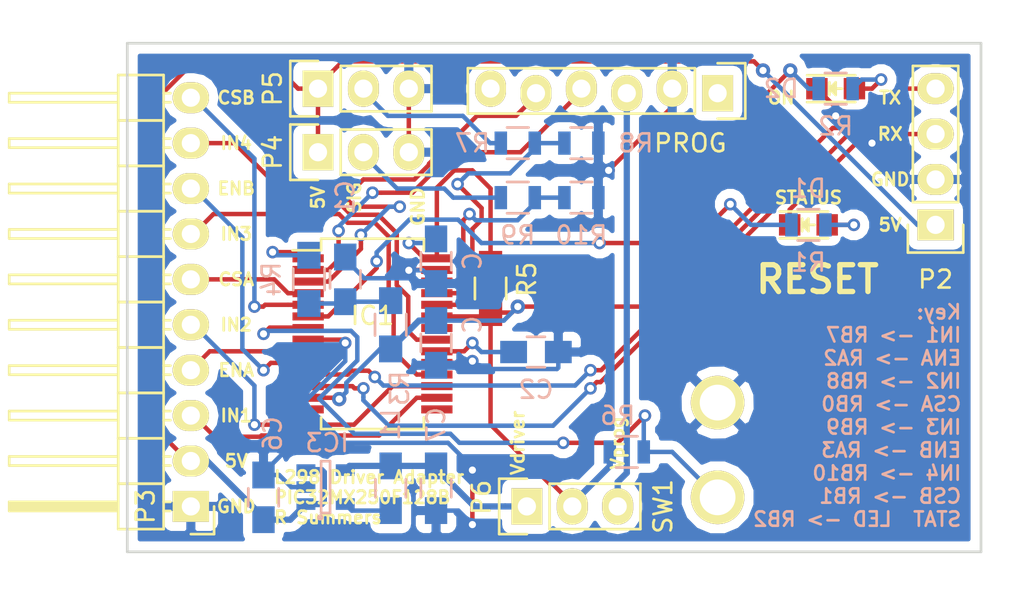
<source format=kicad_pcb>
(kicad_pcb (version 4) (host pcbnew 4.0.1-3.201512221402+6198~38~ubuntu14.04.1-stable)

  (general
    (links 66)
    (no_connects 0)
    (area 117.140999 91.411666 174.780334 124.996333)
    (thickness 1.6)
    (drawings 28)
    (tracks 357)
    (zones 0)
    (modules 28)
    (nets 31)
  )

  (page A4)
  (layers
    (0 F.Cu signal)
    (31 B.Cu signal)
    (32 B.Adhes user)
    (33 F.Adhes user)
    (34 B.Paste user)
    (35 F.Paste user)
    (36 B.SilkS user)
    (37 F.SilkS user)
    (38 B.Mask user)
    (39 F.Mask user)
    (40 Dwgs.User user)
    (41 Cmts.User user)
    (42 Eco1.User user)
    (43 Eco2.User user)
    (44 Edge.Cuts user)
    (45 Margin user)
    (46 B.CrtYd user)
    (47 F.CrtYd user)
    (48 B.Fab user)
    (49 F.Fab user)
  )

  (setup
    (last_trace_width 0.25)
    (trace_clearance 0.2)
    (zone_clearance 0.508)
    (zone_45_only no)
    (trace_min 0.2)
    (segment_width 0.2)
    (edge_width 0.15)
    (via_size 0.7)
    (via_drill 0.4)
    (via_min_size 0.4)
    (via_min_drill 0.3)
    (uvia_size 0.3)
    (uvia_drill 0.1)
    (uvias_allowed no)
    (uvia_min_size 0.2)
    (uvia_min_drill 0.1)
    (pcb_text_width 0.3)
    (pcb_text_size 1.5 1.5)
    (mod_edge_width 0.15)
    (mod_text_size 1 1)
    (mod_text_width 0.15)
    (pad_size 1.524 1.524)
    (pad_drill 0.762)
    (pad_to_mask_clearance 0.2)
    (aux_axis_origin 0 0)
    (visible_elements FFFEFF7F)
    (pcbplotparams
      (layerselection 0x010f0_80000001)
      (usegerberextensions true)
      (excludeedgelayer true)
      (linewidth 0.100000)
      (plotframeref false)
      (viasonmask false)
      (mode 1)
      (useauxorigin false)
      (hpglpennumber 1)
      (hpglpenspeed 20)
      (hpglpendiameter 15)
      (hpglpenoverlay 2)
      (psnegative false)
      (psa4output false)
      (plotreference true)
      (plotvalue false)
      (plotinvisibletext false)
      (padsonsilk false)
      (subtractmaskfromsilk false)
      (outputformat 1)
      (mirror false)
      (drillshape 0)
      (scaleselection 1)
      (outputdirectory Gerbers/))
  )

  (net 0 "")
  (net 1 +3V3)
  (net 2 GND)
  (net 3 /Sheet56A51C6D/AVDD)
  (net 4 "Net-(C1-Pad1)")
  (net 5 "Net-(C2-Pad1)")
  (net 6 +5V)
  (net 7 "Net-(D1-Pad2)")
  (net 8 "Net-(D2-Pad2)")
  (net 9 /Sheet56A51C6D/~MCLR)
  (net 10 /Sheet56A51C6D/RA0)
  (net 11 /Sheet56A51C6D/RA1)
  (net 12 /Sheet56A51C6D/RB0)
  (net 13 /Sheet56A51C6D/RB1)
  (net 14 /Sheet56A51C6D/RB2)
  (net 15 /Sheet56A51C6D/RB3)
  (net 16 /Sheet56A51C6D/RA2)
  (net 17 /Sheet56A51C6D/RA3)
  (net 18 /Sheet56A51C6D/MTX)
  (net 19 /Sheet56A51C6D/MRX)
  (net 20 /Sheet56A51C6D/RB7)
  (net 21 /Sheet56A51C6D/RB8)
  (net 22 /Sheet56A51C6D/RB9)
  (net 23 /Sheet56A51C6D/RB10)
  (net 24 "Net-(IC3-Pad5)")
  (net 25 /HE1)
  (net 26 /HE2)
  (net 27 /Sheet56A51C6D/RB13)
  (net 28 /Sheet56A51C6D/RB14)
  (net 29 /Sheet56A51CCD/Vout)
  (net 30 /3V3_PROG)

  (net_class Default "This is the default net class."
    (clearance 0.2)
    (trace_width 0.25)
    (via_dia 0.7)
    (via_drill 0.4)
    (uvia_dia 0.3)
    (uvia_drill 0.1)
    (add_net /HE1)
    (add_net /HE2)
    (add_net /Sheet56A51C6D/AVDD)
    (add_net /Sheet56A51C6D/MRX)
    (add_net /Sheet56A51C6D/MTX)
    (add_net /Sheet56A51C6D/RA0)
    (add_net /Sheet56A51C6D/RA1)
    (add_net /Sheet56A51C6D/RA2)
    (add_net /Sheet56A51C6D/RA3)
    (add_net /Sheet56A51C6D/RB0)
    (add_net /Sheet56A51C6D/RB1)
    (add_net /Sheet56A51C6D/RB10)
    (add_net /Sheet56A51C6D/RB13)
    (add_net /Sheet56A51C6D/RB14)
    (add_net /Sheet56A51C6D/RB2)
    (add_net /Sheet56A51C6D/RB3)
    (add_net /Sheet56A51C6D/RB7)
    (add_net /Sheet56A51C6D/RB8)
    (add_net /Sheet56A51C6D/RB9)
    (add_net /Sheet56A51C6D/~MCLR)
    (add_net GND)
    (add_net "Net-(C1-Pad1)")
    (add_net "Net-(C2-Pad1)")
    (add_net "Net-(D1-Pad2)")
    (add_net "Net-(D2-Pad2)")
    (add_net "Net-(IC3-Pad5)")
  )

  (net_class PWR ""
    (clearance 0.2)
    (trace_width 0.25)
    (via_dia 0.8)
    (via_drill 0.4)
    (uvia_dia 0.3)
    (uvia_drill 0.1)
    (add_net +3V3)
    (add_net +5V)
    (add_net /3V3_PROG)
    (add_net /Sheet56A51CCD/Vout)
  )

  (module Capacitors_SMD:C_0805_HandSoldering (layer B.Cu) (tedit 56A53618) (tstamp 56A52437)
    (at 141.732 110.744 270)
    (descr "Capacitor SMD 0805, hand soldering")
    (tags "capacitor 0805")
    (path /56A51C6E/562B0241)
    (attr smd)
    (fp_text reference C (at -1.016 -2.032 270) (layer B.SilkS)
      (effects (font (size 1 1) (thickness 0.15)) (justify mirror))
    )
    (fp_text value C (at 0 -2.1 270) (layer B.Fab)
      (effects (font (size 1 1) (thickness 0.15)) (justify mirror))
    )
    (fp_line (start -2.3 1) (end 2.3 1) (layer B.CrtYd) (width 0.05))
    (fp_line (start -2.3 -1) (end 2.3 -1) (layer B.CrtYd) (width 0.05))
    (fp_line (start -2.3 1) (end -2.3 -1) (layer B.CrtYd) (width 0.05))
    (fp_line (start 2.3 1) (end 2.3 -1) (layer B.CrtYd) (width 0.05))
    (fp_line (start 0.5 0.85) (end -0.5 0.85) (layer B.SilkS) (width 0.15))
    (fp_line (start -0.5 -0.85) (end 0.5 -0.85) (layer B.SilkS) (width 0.15))
    (pad 1 smd rect (at -1.25 0 270) (size 1.5 1.25) (layers B.Cu B.Paste B.Mask)
      (net 1 +3V3))
    (pad 2 smd rect (at 1.25 0 270) (size 1.5 1.25) (layers B.Cu B.Paste B.Mask)
      (net 2 GND))
    (model Capacitors_SMD.3dshapes/C_0805_HandSoldering.wrl
      (at (xyz 0 0 0))
      (scale (xyz 1 1 1))
      (rotate (xyz 0 0 0))
    )
  )

  (module Capacitors_SMD:C_0805_HandSoldering (layer B.Cu) (tedit 56A5362B) (tstamp 56A5243D)
    (at 141.732 106.172 270)
    (descr "Capacitor SMD 0805, hand soldering")
    (tags "capacitor 0805")
    (path /56A51C6E/562B0256)
    (attr smd)
    (fp_text reference C (at 0 -2.032 270) (layer B.SilkS)
      (effects (font (size 1 1) (thickness 0.15)) (justify mirror))
    )
    (fp_text value C (at 0 -2.1 270) (layer B.Fab)
      (effects (font (size 1 1) (thickness 0.15)) (justify mirror))
    )
    (fp_line (start -2.3 1) (end 2.3 1) (layer B.CrtYd) (width 0.05))
    (fp_line (start -2.3 -1) (end 2.3 -1) (layer B.CrtYd) (width 0.05))
    (fp_line (start -2.3 1) (end -2.3 -1) (layer B.CrtYd) (width 0.05))
    (fp_line (start 2.3 1) (end 2.3 -1) (layer B.CrtYd) (width 0.05))
    (fp_line (start 0.5 0.85) (end -0.5 0.85) (layer B.SilkS) (width 0.15))
    (fp_line (start -0.5 -0.85) (end 0.5 -0.85) (layer B.SilkS) (width 0.15))
    (pad 1 smd rect (at -1.25 0 270) (size 1.5 1.25) (layers B.Cu B.Paste B.Mask)
      (net 3 /Sheet56A51C6D/AVDD))
    (pad 2 smd rect (at 1.25 0 270) (size 1.5 1.25) (layers B.Cu B.Paste B.Mask)
      (net 2 GND))
    (model Capacitors_SMD.3dshapes/C_0805_HandSoldering.wrl
      (at (xyz 0 0 0))
      (scale (xyz 1 1 1))
      (rotate (xyz 0 0 0))
    )
  )

  (module Capacitors_SMD:C_0805_HandSoldering (layer B.Cu) (tedit 541A9B8D) (tstamp 56A52443)
    (at 136.652 107.188 90)
    (descr "Capacitor SMD 0805, hand soldering")
    (tags "capacitor 0805")
    (path /56A51C6E/562B022F)
    (attr smd)
    (fp_text reference C1 (at 4.572 0 90) (layer B.SilkS)
      (effects (font (size 1 1) (thickness 0.15)) (justify mirror))
    )
    (fp_text value C (at 0 -2.1 90) (layer B.Fab)
      (effects (font (size 1 1) (thickness 0.15)) (justify mirror))
    )
    (fp_line (start -2.3 1) (end 2.3 1) (layer B.CrtYd) (width 0.05))
    (fp_line (start -2.3 -1) (end 2.3 -1) (layer B.CrtYd) (width 0.05))
    (fp_line (start -2.3 1) (end -2.3 -1) (layer B.CrtYd) (width 0.05))
    (fp_line (start 2.3 1) (end 2.3 -1) (layer B.CrtYd) (width 0.05))
    (fp_line (start 0.5 0.85) (end -0.5 0.85) (layer B.SilkS) (width 0.15))
    (fp_line (start -0.5 -0.85) (end 0.5 -0.85) (layer B.SilkS) (width 0.15))
    (pad 1 smd rect (at -1.25 0 90) (size 1.5 1.25) (layers B.Cu B.Paste B.Mask)
      (net 4 "Net-(C1-Pad1)"))
    (pad 2 smd rect (at 1.25 0 90) (size 1.5 1.25) (layers B.Cu B.Paste B.Mask)
      (net 2 GND))
    (model Capacitors_SMD.3dshapes/C_0805_HandSoldering.wrl
      (at (xyz 0 0 0))
      (scale (xyz 1 1 1))
      (rotate (xyz 0 0 0))
    )
  )

  (module Capacitors_SMD:C_0805_HandSoldering (layer B.Cu) (tedit 541A9B8D) (tstamp 56A52449)
    (at 147.32 111.252)
    (descr "Capacitor SMD 0805, hand soldering")
    (tags "capacitor 0805")
    (path /56A51C6E/562AFFFD)
    (attr smd)
    (fp_text reference C2 (at 0 2.1) (layer B.SilkS)
      (effects (font (size 1 1) (thickness 0.15)) (justify mirror))
    )
    (fp_text value C (at 0 -2.1) (layer B.Fab)
      (effects (font (size 1 1) (thickness 0.15)) (justify mirror))
    )
    (fp_line (start -2.3 1) (end 2.3 1) (layer B.CrtYd) (width 0.05))
    (fp_line (start -2.3 -1) (end 2.3 -1) (layer B.CrtYd) (width 0.05))
    (fp_line (start -2.3 1) (end -2.3 -1) (layer B.CrtYd) (width 0.05))
    (fp_line (start 2.3 1) (end 2.3 -1) (layer B.CrtYd) (width 0.05))
    (fp_line (start 0.5 0.85) (end -0.5 0.85) (layer B.SilkS) (width 0.15))
    (fp_line (start -0.5 -0.85) (end 0.5 -0.85) (layer B.SilkS) (width 0.15))
    (pad 1 smd rect (at -1.25 0) (size 1.5 1.25) (layers B.Cu B.Paste B.Mask)
      (net 5 "Net-(C2-Pad1)"))
    (pad 2 smd rect (at 1.25 0) (size 1.5 1.25) (layers B.Cu B.Paste B.Mask)
      (net 2 GND))
    (model Capacitors_SMD.3dshapes/C_0805_HandSoldering.wrl
      (at (xyz 0 0 0))
      (scale (xyz 1 1 1))
      (rotate (xyz 0 0 0))
    )
  )

  (module Capacitors_SMD:C_0805_HandSoldering (layer B.Cu) (tedit 56A53839) (tstamp 56A5244F)
    (at 132.08 119.38 90)
    (descr "Capacitor SMD 0805, hand soldering")
    (tags "capacitor 0805")
    (path /56A51CCE/56A425E6)
    (attr smd)
    (fp_text reference C6 (at 3.556 0.508 90) (layer B.SilkS)
      (effects (font (size 1 1) (thickness 0.15)) (justify mirror))
    )
    (fp_text value 4.7uF (at 0 -2.1 90) (layer B.Fab)
      (effects (font (size 1 1) (thickness 0.15)) (justify mirror))
    )
    (fp_line (start -2.3 1) (end 2.3 1) (layer B.CrtYd) (width 0.05))
    (fp_line (start -2.3 -1) (end 2.3 -1) (layer B.CrtYd) (width 0.05))
    (fp_line (start -2.3 1) (end -2.3 -1) (layer B.CrtYd) (width 0.05))
    (fp_line (start 2.3 1) (end 2.3 -1) (layer B.CrtYd) (width 0.05))
    (fp_line (start 0.5 0.85) (end -0.5 0.85) (layer B.SilkS) (width 0.15))
    (fp_line (start -0.5 -0.85) (end 0.5 -0.85) (layer B.SilkS) (width 0.15))
    (pad 1 smd rect (at -1.25 0 90) (size 1.5 1.25) (layers B.Cu B.Paste B.Mask)
      (net 6 +5V))
    (pad 2 smd rect (at 1.25 0 90) (size 1.5 1.25) (layers B.Cu B.Paste B.Mask)
      (net 2 GND))
    (model Capacitors_SMD.3dshapes/C_0805_HandSoldering.wrl
      (at (xyz 0 0 0))
      (scale (xyz 1 1 1))
      (rotate (xyz 0 0 0))
    )
  )

  (module Capacitors_SMD:C_0805_HandSoldering (layer B.Cu) (tedit 56A53857) (tstamp 56A52455)
    (at 141.732 118.872 270)
    (descr "Capacitor SMD 0805, hand soldering")
    (tags "capacitor 0805")
    (path /56A51CCE/56A4260F)
    (attr smd)
    (fp_text reference C7 (at -3.556 0 270) (layer B.SilkS)
      (effects (font (size 1 1) (thickness 0.15)) (justify mirror))
    )
    (fp_text value 10uF (at 0 -2.1 270) (layer B.Fab)
      (effects (font (size 1 1) (thickness 0.15)) (justify mirror))
    )
    (fp_line (start -2.3 1) (end 2.3 1) (layer B.CrtYd) (width 0.05))
    (fp_line (start -2.3 -1) (end 2.3 -1) (layer B.CrtYd) (width 0.05))
    (fp_line (start -2.3 1) (end -2.3 -1) (layer B.CrtYd) (width 0.05))
    (fp_line (start 2.3 1) (end 2.3 -1) (layer B.CrtYd) (width 0.05))
    (fp_line (start 0.5 0.85) (end -0.5 0.85) (layer B.SilkS) (width 0.15))
    (fp_line (start -0.5 -0.85) (end 0.5 -0.85) (layer B.SilkS) (width 0.15))
    (pad 1 smd rect (at -1.25 0 270) (size 1.5 1.25) (layers B.Cu B.Paste B.Mask)
      (net 29 /Sheet56A51CCD/Vout))
    (pad 2 smd rect (at 1.25 0 270) (size 1.5 1.25) (layers B.Cu B.Paste B.Mask)
      (net 2 GND))
    (model Capacitors_SMD.3dshapes/C_0805_HandSoldering.wrl
      (at (xyz 0 0 0))
      (scale (xyz 1 1 1))
      (rotate (xyz 0 0 0))
    )
  )

  (module LEDs:LED_0805 (layer F.Cu) (tedit 55BDE1C2) (tstamp 56A5245B)
    (at 162.56 104.14)
    (descr "LED 0805 smd package")
    (tags "LED 0805 SMD")
    (path /56A7539B)
    (attr smd)
    (fp_text reference D1 (at 0 -2.032) (layer B.SilkS)
      (effects (font (size 1 1) (thickness 0.15)) (justify mirror))
    )
    (fp_text value LED (at 0 1.75) (layer F.Fab)
      (effects (font (size 1 1) (thickness 0.15)))
    )
    (fp_line (start -1.6 0.75) (end 1.1 0.75) (layer F.SilkS) (width 0.15))
    (fp_line (start -1.6 -0.75) (end 1.1 -0.75) (layer F.SilkS) (width 0.15))
    (fp_line (start -0.1 0.15) (end -0.1 -0.1) (layer F.SilkS) (width 0.15))
    (fp_line (start -0.1 -0.1) (end -0.25 0.05) (layer F.SilkS) (width 0.15))
    (fp_line (start -0.35 -0.35) (end -0.35 0.35) (layer F.SilkS) (width 0.15))
    (fp_line (start 0 0) (end 0.35 0) (layer F.SilkS) (width 0.15))
    (fp_line (start -0.35 0) (end 0 -0.35) (layer F.SilkS) (width 0.15))
    (fp_line (start 0 -0.35) (end 0 0.35) (layer F.SilkS) (width 0.15))
    (fp_line (start 0 0.35) (end -0.35 0) (layer F.SilkS) (width 0.15))
    (fp_line (start 1.9 -0.95) (end 1.9 0.95) (layer F.CrtYd) (width 0.05))
    (fp_line (start 1.9 0.95) (end -1.9 0.95) (layer F.CrtYd) (width 0.05))
    (fp_line (start -1.9 0.95) (end -1.9 -0.95) (layer F.CrtYd) (width 0.05))
    (fp_line (start -1.9 -0.95) (end 1.9 -0.95) (layer F.CrtYd) (width 0.05))
    (pad 2 smd rect (at 1.04902 0 180) (size 1.19888 1.19888) (layers F.Cu F.Paste F.Mask)
      (net 7 "Net-(D1-Pad2)"))
    (pad 1 smd rect (at -1.04902 0 180) (size 1.19888 1.19888) (layers F.Cu F.Paste F.Mask)
      (net 2 GND))
    (model LEDs.3dshapes/LED_0805.wrl
      (at (xyz 0 0 0))
      (scale (xyz 1 1 1))
      (rotate (xyz 0 0 0))
    )
  )

  (module LEDs:LED_0805 (layer F.Cu) (tedit 55BDE1C2) (tstamp 56A52461)
    (at 164.084 96.52)
    (descr "LED 0805 smd package")
    (tags "LED 0805 SMD")
    (path /56A735EC)
    (attr smd)
    (fp_text reference D2 (at -3.048 0) (layer B.SilkS)
      (effects (font (size 1 1) (thickness 0.15)) (justify mirror))
    )
    (fp_text value LED (at 0 1.75) (layer F.Fab)
      (effects (font (size 1 1) (thickness 0.15)))
    )
    (fp_line (start -1.6 0.75) (end 1.1 0.75) (layer F.SilkS) (width 0.15))
    (fp_line (start -1.6 -0.75) (end 1.1 -0.75) (layer F.SilkS) (width 0.15))
    (fp_line (start -0.1 0.15) (end -0.1 -0.1) (layer F.SilkS) (width 0.15))
    (fp_line (start -0.1 -0.1) (end -0.25 0.05) (layer F.SilkS) (width 0.15))
    (fp_line (start -0.35 -0.35) (end -0.35 0.35) (layer F.SilkS) (width 0.15))
    (fp_line (start 0 0) (end 0.35 0) (layer F.SilkS) (width 0.15))
    (fp_line (start -0.35 0) (end 0 -0.35) (layer F.SilkS) (width 0.15))
    (fp_line (start 0 -0.35) (end 0 0.35) (layer F.SilkS) (width 0.15))
    (fp_line (start 0 0.35) (end -0.35 0) (layer F.SilkS) (width 0.15))
    (fp_line (start 1.9 -0.95) (end 1.9 0.95) (layer F.CrtYd) (width 0.05))
    (fp_line (start 1.9 0.95) (end -1.9 0.95) (layer F.CrtYd) (width 0.05))
    (fp_line (start -1.9 0.95) (end -1.9 -0.95) (layer F.CrtYd) (width 0.05))
    (fp_line (start -1.9 -0.95) (end 1.9 -0.95) (layer F.CrtYd) (width 0.05))
    (pad 2 smd rect (at 1.04902 0 180) (size 1.19888 1.19888) (layers F.Cu F.Paste F.Mask)
      (net 8 "Net-(D2-Pad2)"))
    (pad 1 smd rect (at -1.04902 0 180) (size 1.19888 1.19888) (layers F.Cu F.Paste F.Mask)
      (net 2 GND))
    (model LEDs.3dshapes/LED_0805.wrl
      (at (xyz 0 0 0))
      (scale (xyz 1 1 1))
      (rotate (xyz 0 0 0))
    )
  )

  (module Housings_SSOP:SSOP-28_5.3x10.2mm_Pitch0.65mm (layer F.Cu) (tedit 54130A77) (tstamp 56A52481)
    (at 138.176 110.236)
    (descr "28-Lead Plastic Shrink Small Outline (SS)-5.30 mm Body [SSOP] (see Microchip Packaging Specification 00000049BS.pdf)")
    (tags "SSOP 0.65")
    (path /56A51C6E/562AFFE8)
    (attr smd)
    (fp_text reference IC1 (at 0 -1.016) (layer F.SilkS)
      (effects (font (size 1 1) (thickness 0.15)))
    )
    (fp_text value PIC32MX2xx/1xx (at 0 6.25) (layer F.Fab)
      (effects (font (size 1 1) (thickness 0.15)))
    )
    (fp_line (start -4.75 -5.5) (end -4.75 5.5) (layer F.CrtYd) (width 0.05))
    (fp_line (start 4.75 -5.5) (end 4.75 5.5) (layer F.CrtYd) (width 0.05))
    (fp_line (start -4.75 -5.5) (end 4.75 -5.5) (layer F.CrtYd) (width 0.05))
    (fp_line (start -4.75 5.5) (end 4.75 5.5) (layer F.CrtYd) (width 0.05))
    (fp_line (start -2.875 -5.325) (end -2.875 -4.675) (layer F.SilkS) (width 0.15))
    (fp_line (start 2.875 -5.325) (end 2.875 -4.675) (layer F.SilkS) (width 0.15))
    (fp_line (start 2.875 5.325) (end 2.875 4.675) (layer F.SilkS) (width 0.15))
    (fp_line (start -2.875 5.325) (end -2.875 4.675) (layer F.SilkS) (width 0.15))
    (fp_line (start -2.875 -5.325) (end 2.875 -5.325) (layer F.SilkS) (width 0.15))
    (fp_line (start -2.875 5.325) (end 2.875 5.325) (layer F.SilkS) (width 0.15))
    (fp_line (start -2.875 -4.675) (end -4.475 -4.675) (layer F.SilkS) (width 0.15))
    (pad 1 smd rect (at -3.6 -4.225) (size 1.75 0.45) (layers F.Cu F.Paste F.Mask)
      (net 9 /Sheet56A51C6D/~MCLR))
    (pad 2 smd rect (at -3.6 -3.575) (size 1.75 0.45) (layers F.Cu F.Paste F.Mask)
      (net 10 /Sheet56A51C6D/RA0))
    (pad 3 smd rect (at -3.6 -2.925) (size 1.75 0.45) (layers F.Cu F.Paste F.Mask)
      (net 11 /Sheet56A51C6D/RA1))
    (pad 4 smd rect (at -3.6 -2.275) (size 1.75 0.45) (layers F.Cu F.Paste F.Mask)
      (net 12 /Sheet56A51C6D/RB0))
    (pad 5 smd rect (at -3.6 -1.625) (size 1.75 0.45) (layers F.Cu F.Paste F.Mask)
      (net 13 /Sheet56A51C6D/RB1))
    (pad 6 smd rect (at -3.6 -0.975) (size 1.75 0.45) (layers F.Cu F.Paste F.Mask)
      (net 14 /Sheet56A51C6D/RB2))
    (pad 7 smd rect (at -3.6 -0.325) (size 1.75 0.45) (layers F.Cu F.Paste F.Mask)
      (net 15 /Sheet56A51C6D/RB3))
    (pad 8 smd rect (at -3.6 0.325) (size 1.75 0.45) (layers F.Cu F.Paste F.Mask)
      (net 2 GND))
    (pad 9 smd rect (at -3.6 0.975) (size 1.75 0.45) (layers F.Cu F.Paste F.Mask)
      (net 16 /Sheet56A51C6D/RA2))
    (pad 10 smd rect (at -3.6 1.625) (size 1.75 0.45) (layers F.Cu F.Paste F.Mask)
      (net 17 /Sheet56A51C6D/RA3))
    (pad 11 smd rect (at -3.6 2.275) (size 1.75 0.45) (layers F.Cu F.Paste F.Mask)
      (net 18 /Sheet56A51C6D/MTX))
    (pad 12 smd rect (at -3.6 2.925) (size 1.75 0.45) (layers F.Cu F.Paste F.Mask)
      (net 19 /Sheet56A51C6D/MRX))
    (pad 13 smd rect (at -3.6 3.575) (size 1.75 0.45) (layers F.Cu F.Paste F.Mask)
      (net 1 +3V3))
    (pad 14 smd rect (at -3.6 4.225) (size 1.75 0.45) (layers F.Cu F.Paste F.Mask))
    (pad 15 smd rect (at 3.6 4.225) (size 1.75 0.45) (layers F.Cu F.Paste F.Mask))
    (pad 16 smd rect (at 3.6 3.575) (size 1.75 0.45) (layers F.Cu F.Paste F.Mask)
      (net 20 /Sheet56A51C6D/RB7))
    (pad 17 smd rect (at 3.6 2.925) (size 1.75 0.45) (layers F.Cu F.Paste F.Mask)
      (net 21 /Sheet56A51C6D/RB8))
    (pad 18 smd rect (at 3.6 2.275) (size 1.75 0.45) (layers F.Cu F.Paste F.Mask)
      (net 22 /Sheet56A51C6D/RB9))
    (pad 19 smd rect (at 3.6 1.625) (size 1.75 0.45) (layers F.Cu F.Paste F.Mask)
      (net 2 GND))
    (pad 20 smd rect (at 3.6 0.975) (size 1.75 0.45) (layers F.Cu F.Paste F.Mask)
      (net 5 "Net-(C2-Pad1)"))
    (pad 21 smd rect (at 3.6 0.325) (size 1.75 0.45) (layers F.Cu F.Paste F.Mask)
      (net 23 /Sheet56A51C6D/RB10))
    (pad 22 smd rect (at 3.6 -0.325) (size 1.75 0.45) (layers F.Cu F.Paste F.Mask))
    (pad 23 smd rect (at 3.6 -0.975) (size 1.75 0.45) (layers F.Cu F.Paste F.Mask)
      (net 1 +3V3))
    (pad 24 smd rect (at 3.6 -1.625) (size 1.75 0.45) (layers F.Cu F.Paste F.Mask)
      (net 27 /Sheet56A51C6D/RB13))
    (pad 25 smd rect (at 3.6 -2.275) (size 1.75 0.45) (layers F.Cu F.Paste F.Mask)
      (net 28 /Sheet56A51C6D/RB14))
    (pad 26 smd rect (at 3.6 -2.925) (size 1.75 0.45) (layers F.Cu F.Paste F.Mask))
    (pad 27 smd rect (at 3.6 -3.575) (size 1.75 0.45) (layers F.Cu F.Paste F.Mask)
      (net 2 GND))
    (pad 28 smd rect (at 3.6 -4.225) (size 1.75 0.45) (layers F.Cu F.Paste F.Mask)
      (net 3 /Sheet56A51C6D/AVDD))
    (model Housings_SSOP.3dshapes/SSOP-28_5.3x10.2mm_Pitch0.65mm.wrl
      (at (xyz 0 0 0))
      (scale (xyz 1 1 1))
      (rotate (xyz 0 0 0))
    )
  )

  (module TO_SOT_Packages_SMD:SOT-23-5 (layer B.Cu) (tedit 56A53841) (tstamp 56A5248A)
    (at 135.552 118.806)
    (descr "5-pin SOT23 package")
    (tags SOT-23-5)
    (path /56A51CCE/56A423FE)
    (attr smd)
    (fp_text reference IC3 (at 0.084 -2.474) (layer B.SilkS)
      (effects (font (size 1 1) (thickness 0.15)) (justify mirror))
    )
    (fp_text value LM3671 (at -0.05 -2.35) (layer B.Fab)
      (effects (font (size 1 1) (thickness 0.15)) (justify mirror))
    )
    (fp_line (start -1.8 1.6) (end 1.8 1.6) (layer B.CrtYd) (width 0.05))
    (fp_line (start 1.8 1.6) (end 1.8 -1.6) (layer B.CrtYd) (width 0.05))
    (fp_line (start 1.8 -1.6) (end -1.8 -1.6) (layer B.CrtYd) (width 0.05))
    (fp_line (start -1.8 -1.6) (end -1.8 1.6) (layer B.CrtYd) (width 0.05))
    (fp_circle (center -0.3 1.7) (end -0.2 1.7) (layer B.SilkS) (width 0.15))
    (fp_line (start 0.25 1.45) (end -0.25 1.45) (layer B.SilkS) (width 0.15))
    (fp_line (start 0.25 -1.45) (end 0.25 1.45) (layer B.SilkS) (width 0.15))
    (fp_line (start -0.25 -1.45) (end 0.25 -1.45) (layer B.SilkS) (width 0.15))
    (fp_line (start -0.25 1.45) (end -0.25 -1.45) (layer B.SilkS) (width 0.15))
    (pad 1 smd rect (at -1.1 0.95) (size 1.06 0.65) (layers B.Cu B.Paste B.Mask)
      (net 6 +5V))
    (pad 2 smd rect (at -1.1 0) (size 1.06 0.65) (layers B.Cu B.Paste B.Mask)
      (net 2 GND))
    (pad 3 smd rect (at -1.1 -0.95) (size 1.06 0.65) (layers B.Cu B.Paste B.Mask)
      (net 6 +5V))
    (pad 4 smd rect (at 1.1 -0.95) (size 1.06 0.65) (layers B.Cu B.Paste B.Mask)
      (net 29 /Sheet56A51CCD/Vout))
    (pad 5 smd rect (at 1.1 0.95) (size 1.06 0.65) (layers B.Cu B.Paste B.Mask)
      (net 24 "Net-(IC3-Pad5)"))
    (model TO_SOT_Packages_SMD.3dshapes/SOT-23-5.wrl
      (at (xyz 0 0 0))
      (scale (xyz 1 1 1))
      (rotate (xyz 0 0 0))
    )
  )

  (module Capacitors_SMD:C_0805_HandSoldering (layer B.Cu) (tedit 56A53848) (tstamp 56A52490)
    (at 139.192 118.872 90)
    (descr "Capacitor SMD 0805, hand soldering")
    (tags "capacitor 0805")
    (path /56A51CCE/56A424B9)
    (attr smd)
    (fp_text reference L1 (at 3.556 0 90) (layer B.SilkS)
      (effects (font (size 1 1) (thickness 0.15)) (justify mirror))
    )
    (fp_text value 2.2uH (at 0 -2.1 90) (layer B.Fab)
      (effects (font (size 1 1) (thickness 0.15)) (justify mirror))
    )
    (fp_line (start -2.3 1) (end 2.3 1) (layer B.CrtYd) (width 0.05))
    (fp_line (start -2.3 -1) (end 2.3 -1) (layer B.CrtYd) (width 0.05))
    (fp_line (start -2.3 1) (end -2.3 -1) (layer B.CrtYd) (width 0.05))
    (fp_line (start 2.3 1) (end 2.3 -1) (layer B.CrtYd) (width 0.05))
    (fp_line (start 0.5 0.85) (end -0.5 0.85) (layer B.SilkS) (width 0.15))
    (fp_line (start -0.5 -0.85) (end 0.5 -0.85) (layer B.SilkS) (width 0.15))
    (pad 1 smd rect (at -1.25 0 90) (size 1.5 1.25) (layers B.Cu B.Paste B.Mask)
      (net 24 "Net-(IC3-Pad5)"))
    (pad 2 smd rect (at 1.25 0 90) (size 1.5 1.25) (layers B.Cu B.Paste B.Mask)
      (net 29 /Sheet56A51CCD/Vout))
    (model Capacitors_SMD.3dshapes/C_0805_HandSoldering.wrl
      (at (xyz 0 0 0))
      (scale (xyz 1 1 1))
      (rotate (xyz 0 0 0))
    )
  )

  (module RS_footprints:Pin_Header_Staggered_1x06 (layer F.Cu) (tedit 56A53767) (tstamp 56A5249A)
    (at 157.48 96.647 270)
    (descr "Through hole pin header")
    (tags "pin header")
    (path /56A58D6C)
    (fp_text reference PROG (at 2.921 1.524 360) (layer F.SilkS)
      (effects (font (size 1 1) (thickness 0.15)))
    )
    (fp_text value CONN_01X06 (at 0 -3.1 270) (layer F.Fab)
      (effects (font (size 1 1) (thickness 0.15)))
    )
    (fp_line (start -1.75 -1.75) (end -1.75 14.45) (layer F.CrtYd) (width 0.05))
    (fp_line (start 1.75 -1.75) (end 1.75 14.45) (layer F.CrtYd) (width 0.05))
    (fp_line (start -1.75 -1.75) (end 1.75 -1.75) (layer F.CrtYd) (width 0.05))
    (fp_line (start -1.75 14.45) (end 1.75 14.45) (layer F.CrtYd) (width 0.05))
    (fp_line (start 1.27 1.27) (end 1.27 13.97) (layer F.SilkS) (width 0.15))
    (fp_line (start 1.27 13.97) (end -1.27 13.97) (layer F.SilkS) (width 0.15))
    (fp_line (start -1.27 13.97) (end -1.27 1.27) (layer F.SilkS) (width 0.15))
    (fp_line (start 1.55 -1.55) (end 1.55 0) (layer F.SilkS) (width 0.15))
    (fp_line (start 1.27 1.27) (end -1.27 1.27) (layer F.SilkS) (width 0.15))
    (fp_line (start -1.55 0) (end -1.55 -1.55) (layer F.SilkS) (width 0.15))
    (fp_line (start -1.55 -1.55) (end 1.55 -1.55) (layer F.SilkS) (width 0.15))
    (pad 1 thru_hole rect (at 0.127 0 270) (size 2.032 1.7272) (drill 1.016) (layers *.Cu *.Mask F.SilkS))
    (pad 2 thru_hole oval (at -0.127 2.54 270) (size 2.032 1.7272) (drill 1.016) (layers *.Cu *.Mask F.SilkS)
      (net 2 GND))
    (pad 3 thru_hole oval (at 0.127 5.08 270) (size 2.032 1.7272) (drill 1.016) (layers *.Cu *.Mask F.SilkS)
      (net 30 /3V3_PROG))
    (pad 4 thru_hole oval (at -0.127 7.62 270) (size 2.032 1.7272) (drill 1.016) (layers *.Cu *.Mask F.SilkS)
      (net 10 /Sheet56A51C6D/RA0))
    (pad 5 thru_hole oval (at 0.127 10.16 270) (size 2.032 1.7272) (drill 1.016) (layers *.Cu *.Mask F.SilkS)
      (net 11 /Sheet56A51C6D/RA1))
    (pad 6 thru_hole oval (at -0.127 12.7 270) (size 2.032 1.7272) (drill 1.016) (layers *.Cu *.Mask F.SilkS))
    (model Pin_Headers.3dshapes/Pin_Header_Straight_1x06.wrl
      (at (xyz 0 -0.25 0))
      (scale (xyz 1 1 1))
      (rotate (xyz 0 0 90))
    )
  )

  (module Pin_Headers:Pin_Header_Straight_1x04 (layer F.Cu) (tedit 0) (tstamp 56A524A2)
    (at 169.672 104.14 180)
    (descr "Through hole pin header")
    (tags "pin header")
    (path /56A5AA45)
    (fp_text reference P2 (at 0 -3.048 180) (layer F.SilkS)
      (effects (font (size 1 1) (thickness 0.15)))
    )
    (fp_text value CONN_01X04 (at 0 -3.1 180) (layer F.Fab)
      (effects (font (size 1 1) (thickness 0.15)))
    )
    (fp_line (start -1.75 -1.75) (end -1.75 9.4) (layer F.CrtYd) (width 0.05))
    (fp_line (start 1.75 -1.75) (end 1.75 9.4) (layer F.CrtYd) (width 0.05))
    (fp_line (start -1.75 -1.75) (end 1.75 -1.75) (layer F.CrtYd) (width 0.05))
    (fp_line (start -1.75 9.4) (end 1.75 9.4) (layer F.CrtYd) (width 0.05))
    (fp_line (start -1.27 1.27) (end -1.27 8.89) (layer F.SilkS) (width 0.15))
    (fp_line (start 1.27 1.27) (end 1.27 8.89) (layer F.SilkS) (width 0.15))
    (fp_line (start 1.55 -1.55) (end 1.55 0) (layer F.SilkS) (width 0.15))
    (fp_line (start -1.27 8.89) (end 1.27 8.89) (layer F.SilkS) (width 0.15))
    (fp_line (start 1.27 1.27) (end -1.27 1.27) (layer F.SilkS) (width 0.15))
    (fp_line (start -1.55 0) (end -1.55 -1.55) (layer F.SilkS) (width 0.15))
    (fp_line (start -1.55 -1.55) (end 1.55 -1.55) (layer F.SilkS) (width 0.15))
    (pad 1 thru_hole rect (at 0 0 180) (size 2.032 1.7272) (drill 1.016) (layers *.Cu *.Mask F.SilkS)
      (net 6 +5V))
    (pad 2 thru_hole oval (at 0 2.54 180) (size 2.032 1.7272) (drill 1.016) (layers *.Cu *.Mask F.SilkS)
      (net 2 GND))
    (pad 3 thru_hole oval (at 0 5.08 180) (size 2.032 1.7272) (drill 1.016) (layers *.Cu *.Mask F.SilkS)
      (net 19 /Sheet56A51C6D/MRX))
    (pad 4 thru_hole oval (at 0 7.62 180) (size 2.032 1.7272) (drill 1.016) (layers *.Cu *.Mask F.SilkS)
      (net 18 /Sheet56A51C6D/MTX))
    (model Pin_Headers.3dshapes/Pin_Header_Straight_1x04.wrl
      (at (xyz 0 -0.15 0))
      (scale (xyz 1 1 1))
      (rotate (xyz 0 0 90))
    )
  )

  (module Pin_Headers:Pin_Header_Angled_1x10 (layer F.Cu) (tedit 0) (tstamp 56A524B0)
    (at 128.016 119.888 180)
    (descr "Through hole pin header")
    (tags "pin header")
    (path /56A62A7D)
    (fp_text reference P3 (at 2.54 0 270) (layer F.SilkS)
      (effects (font (size 1 1) (thickness 0.15)))
    )
    (fp_text value CONN_01X10 (at 0 -3.1 180) (layer F.Fab)
      (effects (font (size 1 1) (thickness 0.15)))
    )
    (fp_line (start -1.5 -1.75) (end -1.5 24.65) (layer F.CrtYd) (width 0.05))
    (fp_line (start 10.65 -1.75) (end 10.65 24.65) (layer F.CrtYd) (width 0.05))
    (fp_line (start -1.5 -1.75) (end 10.65 -1.75) (layer F.CrtYd) (width 0.05))
    (fp_line (start -1.5 24.65) (end 10.65 24.65) (layer F.CrtYd) (width 0.05))
    (fp_line (start -1.3 -1.55) (end -1.3 0) (layer F.SilkS) (width 0.15))
    (fp_line (start 0 -1.55) (end -1.3 -1.55) (layer F.SilkS) (width 0.15))
    (fp_line (start 4.191 -0.127) (end 10.033 -0.127) (layer F.SilkS) (width 0.15))
    (fp_line (start 10.033 -0.127) (end 10.033 0.127) (layer F.SilkS) (width 0.15))
    (fp_line (start 10.033 0.127) (end 4.191 0.127) (layer F.SilkS) (width 0.15))
    (fp_line (start 4.191 0.127) (end 4.191 0) (layer F.SilkS) (width 0.15))
    (fp_line (start 4.191 0) (end 10.033 0) (layer F.SilkS) (width 0.15))
    (fp_line (start 1.524 17.526) (end 1.143 17.526) (layer F.SilkS) (width 0.15))
    (fp_line (start 1.524 18.034) (end 1.143 18.034) (layer F.SilkS) (width 0.15))
    (fp_line (start 1.524 20.066) (end 1.143 20.066) (layer F.SilkS) (width 0.15))
    (fp_line (start 1.524 20.574) (end 1.143 20.574) (layer F.SilkS) (width 0.15))
    (fp_line (start 1.524 22.606) (end 1.143 22.606) (layer F.SilkS) (width 0.15))
    (fp_line (start 1.524 23.114) (end 1.143 23.114) (layer F.SilkS) (width 0.15))
    (fp_line (start 1.524 -0.254) (end 1.143 -0.254) (layer F.SilkS) (width 0.15))
    (fp_line (start 1.524 0.254) (end 1.143 0.254) (layer F.SilkS) (width 0.15))
    (fp_line (start 1.524 2.286) (end 1.143 2.286) (layer F.SilkS) (width 0.15))
    (fp_line (start 1.524 2.794) (end 1.143 2.794) (layer F.SilkS) (width 0.15))
    (fp_line (start 1.524 4.826) (end 1.143 4.826) (layer F.SilkS) (width 0.15))
    (fp_line (start 1.524 5.334) (end 1.143 5.334) (layer F.SilkS) (width 0.15))
    (fp_line (start 1.524 15.494) (end 1.143 15.494) (layer F.SilkS) (width 0.15))
    (fp_line (start 1.524 14.986) (end 1.143 14.986) (layer F.SilkS) (width 0.15))
    (fp_line (start 1.524 12.954) (end 1.143 12.954) (layer F.SilkS) (width 0.15))
    (fp_line (start 1.524 12.446) (end 1.143 12.446) (layer F.SilkS) (width 0.15))
    (fp_line (start 1.524 10.414) (end 1.143 10.414) (layer F.SilkS) (width 0.15))
    (fp_line (start 1.524 9.906) (end 1.143 9.906) (layer F.SilkS) (width 0.15))
    (fp_line (start 1.524 7.874) (end 1.143 7.874) (layer F.SilkS) (width 0.15))
    (fp_line (start 1.524 7.366) (end 1.143 7.366) (layer F.SilkS) (width 0.15))
    (fp_line (start 1.524 13.97) (end 4.064 13.97) (layer F.SilkS) (width 0.15))
    (fp_line (start 1.524 13.97) (end 1.524 16.51) (layer F.SilkS) (width 0.15))
    (fp_line (start 1.524 16.51) (end 4.064 16.51) (layer F.SilkS) (width 0.15))
    (fp_line (start 4.064 14.986) (end 10.16 14.986) (layer F.SilkS) (width 0.15))
    (fp_line (start 10.16 14.986) (end 10.16 15.494) (layer F.SilkS) (width 0.15))
    (fp_line (start 10.16 15.494) (end 4.064 15.494) (layer F.SilkS) (width 0.15))
    (fp_line (start 4.064 16.51) (end 4.064 13.97) (layer F.SilkS) (width 0.15))
    (fp_line (start 4.064 19.05) (end 4.064 16.51) (layer F.SilkS) (width 0.15))
    (fp_line (start 10.16 18.034) (end 4.064 18.034) (layer F.SilkS) (width 0.15))
    (fp_line (start 10.16 17.526) (end 10.16 18.034) (layer F.SilkS) (width 0.15))
    (fp_line (start 4.064 17.526) (end 10.16 17.526) (layer F.SilkS) (width 0.15))
    (fp_line (start 1.524 19.05) (end 4.064 19.05) (layer F.SilkS) (width 0.15))
    (fp_line (start 1.524 16.51) (end 1.524 19.05) (layer F.SilkS) (width 0.15))
    (fp_line (start 1.524 16.51) (end 4.064 16.51) (layer F.SilkS) (width 0.15))
    (fp_line (start 1.524 21.59) (end 4.064 21.59) (layer F.SilkS) (width 0.15))
    (fp_line (start 1.524 21.59) (end 1.524 24.13) (layer F.SilkS) (width 0.15))
    (fp_line (start 4.064 22.606) (end 10.16 22.606) (layer F.SilkS) (width 0.15))
    (fp_line (start 10.16 22.606) (end 10.16 23.114) (layer F.SilkS) (width 0.15))
    (fp_line (start 10.16 23.114) (end 4.064 23.114) (layer F.SilkS) (width 0.15))
    (fp_line (start 4.064 24.13) (end 4.064 21.59) (layer F.SilkS) (width 0.15))
    (fp_line (start 4.064 21.59) (end 4.064 19.05) (layer F.SilkS) (width 0.15))
    (fp_line (start 10.16 20.574) (end 4.064 20.574) (layer F.SilkS) (width 0.15))
    (fp_line (start 10.16 20.066) (end 10.16 20.574) (layer F.SilkS) (width 0.15))
    (fp_line (start 4.064 20.066) (end 10.16 20.066) (layer F.SilkS) (width 0.15))
    (fp_line (start 1.524 21.59) (end 4.064 21.59) (layer F.SilkS) (width 0.15))
    (fp_line (start 1.524 19.05) (end 1.524 21.59) (layer F.SilkS) (width 0.15))
    (fp_line (start 1.524 19.05) (end 4.064 19.05) (layer F.SilkS) (width 0.15))
    (fp_line (start 1.524 24.13) (end 4.064 24.13) (layer F.SilkS) (width 0.15))
    (fp_line (start 1.524 -1.27) (end 4.064 -1.27) (layer F.SilkS) (width 0.15))
    (fp_line (start 1.524 1.27) (end 4.064 1.27) (layer F.SilkS) (width 0.15))
    (fp_line (start 1.524 1.27) (end 1.524 3.81) (layer F.SilkS) (width 0.15))
    (fp_line (start 1.524 3.81) (end 4.064 3.81) (layer F.SilkS) (width 0.15))
    (fp_line (start 4.064 2.286) (end 10.16 2.286) (layer F.SilkS) (width 0.15))
    (fp_line (start 10.16 2.286) (end 10.16 2.794) (layer F.SilkS) (width 0.15))
    (fp_line (start 10.16 2.794) (end 4.064 2.794) (layer F.SilkS) (width 0.15))
    (fp_line (start 4.064 3.81) (end 4.064 1.27) (layer F.SilkS) (width 0.15))
    (fp_line (start 4.064 1.27) (end 4.064 -1.27) (layer F.SilkS) (width 0.15))
    (fp_line (start 10.16 0.254) (end 4.064 0.254) (layer F.SilkS) (width 0.15))
    (fp_line (start 10.16 -0.254) (end 10.16 0.254) (layer F.SilkS) (width 0.15))
    (fp_line (start 4.064 -0.254) (end 10.16 -0.254) (layer F.SilkS) (width 0.15))
    (fp_line (start 1.524 1.27) (end 4.064 1.27) (layer F.SilkS) (width 0.15))
    (fp_line (start 1.524 -1.27) (end 1.524 1.27) (layer F.SilkS) (width 0.15))
    (fp_line (start 1.524 8.89) (end 4.064 8.89) (layer F.SilkS) (width 0.15))
    (fp_line (start 1.524 8.89) (end 1.524 11.43) (layer F.SilkS) (width 0.15))
    (fp_line (start 1.524 11.43) (end 4.064 11.43) (layer F.SilkS) (width 0.15))
    (fp_line (start 4.064 9.906) (end 10.16 9.906) (layer F.SilkS) (width 0.15))
    (fp_line (start 10.16 9.906) (end 10.16 10.414) (layer F.SilkS) (width 0.15))
    (fp_line (start 10.16 10.414) (end 4.064 10.414) (layer F.SilkS) (width 0.15))
    (fp_line (start 4.064 11.43) (end 4.064 8.89) (layer F.SilkS) (width 0.15))
    (fp_line (start 4.064 13.97) (end 4.064 11.43) (layer F.SilkS) (width 0.15))
    (fp_line (start 10.16 12.954) (end 4.064 12.954) (layer F.SilkS) (width 0.15))
    (fp_line (start 10.16 12.446) (end 10.16 12.954) (layer F.SilkS) (width 0.15))
    (fp_line (start 4.064 12.446) (end 10.16 12.446) (layer F.SilkS) (width 0.15))
    (fp_line (start 1.524 13.97) (end 4.064 13.97) (layer F.SilkS) (width 0.15))
    (fp_line (start 1.524 11.43) (end 1.524 13.97) (layer F.SilkS) (width 0.15))
    (fp_line (start 1.524 11.43) (end 4.064 11.43) (layer F.SilkS) (width 0.15))
    (fp_line (start 1.524 6.35) (end 4.064 6.35) (layer F.SilkS) (width 0.15))
    (fp_line (start 1.524 6.35) (end 1.524 8.89) (layer F.SilkS) (width 0.15))
    (fp_line (start 1.524 8.89) (end 4.064 8.89) (layer F.SilkS) (width 0.15))
    (fp_line (start 4.064 7.366) (end 10.16 7.366) (layer F.SilkS) (width 0.15))
    (fp_line (start 10.16 7.366) (end 10.16 7.874) (layer F.SilkS) (width 0.15))
    (fp_line (start 10.16 7.874) (end 4.064 7.874) (layer F.SilkS) (width 0.15))
    (fp_line (start 4.064 8.89) (end 4.064 6.35) (layer F.SilkS) (width 0.15))
    (fp_line (start 4.064 6.35) (end 4.064 3.81) (layer F.SilkS) (width 0.15))
    (fp_line (start 10.16 5.334) (end 4.064 5.334) (layer F.SilkS) (width 0.15))
    (fp_line (start 10.16 4.826) (end 10.16 5.334) (layer F.SilkS) (width 0.15))
    (fp_line (start 4.064 4.826) (end 10.16 4.826) (layer F.SilkS) (width 0.15))
    (fp_line (start 1.524 6.35) (end 4.064 6.35) (layer F.SilkS) (width 0.15))
    (fp_line (start 1.524 3.81) (end 1.524 6.35) (layer F.SilkS) (width 0.15))
    (fp_line (start 1.524 3.81) (end 4.064 3.81) (layer F.SilkS) (width 0.15))
    (pad 1 thru_hole rect (at 0 0 180) (size 2.032 1.7272) (drill 1.016) (layers *.Cu *.Mask F.SilkS)
      (net 2 GND))
    (pad 2 thru_hole oval (at 0 2.54 180) (size 2.032 1.7272) (drill 1.016) (layers *.Cu *.Mask F.SilkS)
      (net 6 +5V))
    (pad 3 thru_hole oval (at 0 5.08 180) (size 2.032 1.7272) (drill 1.016) (layers *.Cu *.Mask F.SilkS)
      (net 20 /Sheet56A51C6D/RB7))
    (pad 4 thru_hole oval (at 0 7.62 180) (size 2.032 1.7272) (drill 1.016) (layers *.Cu *.Mask F.SilkS)
      (net 16 /Sheet56A51C6D/RA2))
    (pad 5 thru_hole oval (at 0 10.16 180) (size 2.032 1.7272) (drill 1.016) (layers *.Cu *.Mask F.SilkS)
      (net 21 /Sheet56A51C6D/RB8))
    (pad 6 thru_hole oval (at 0 12.7 180) (size 2.032 1.7272) (drill 1.016) (layers *.Cu *.Mask F.SilkS)
      (net 12 /Sheet56A51C6D/RB0))
    (pad 7 thru_hole oval (at 0 15.24 180) (size 2.032 1.7272) (drill 1.016) (layers *.Cu *.Mask F.SilkS)
      (net 22 /Sheet56A51C6D/RB9))
    (pad 8 thru_hole oval (at 0 17.78 180) (size 2.032 1.7272) (drill 1.016) (layers *.Cu *.Mask F.SilkS)
      (net 17 /Sheet56A51C6D/RA3))
    (pad 9 thru_hole oval (at 0 20.32 180) (size 2.032 1.7272) (drill 1.016) (layers *.Cu *.Mask F.SilkS)
      (net 23 /Sheet56A51C6D/RB10))
    (pad 10 thru_hole oval (at 0 22.86 180) (size 2.032 1.7272) (drill 1.016) (layers *.Cu *.Mask F.SilkS)
      (net 13 /Sheet56A51C6D/RB1))
    (model Pin_Headers.3dshapes/Pin_Header_Angled_1x10.wrl
      (at (xyz 0 -0.45 0))
      (scale (xyz 1 1 1))
      (rotate (xyz 0 0 90))
    )
  )

  (module Pin_Headers:Pin_Header_Straight_1x03 (layer F.Cu) (tedit 0) (tstamp 56A524B7)
    (at 135.128 100.076 90)
    (descr "Through hole pin header")
    (tags "pin header")
    (path /56A60069)
    (fp_text reference P4 (at 0 -2.54 90) (layer F.SilkS)
      (effects (font (size 1 1) (thickness 0.15)))
    )
    (fp_text value CONN_01X03 (at 0 -3.1 90) (layer F.Fab)
      (effects (font (size 1 1) (thickness 0.15)))
    )
    (fp_line (start -1.75 -1.75) (end -1.75 6.85) (layer F.CrtYd) (width 0.05))
    (fp_line (start 1.75 -1.75) (end 1.75 6.85) (layer F.CrtYd) (width 0.05))
    (fp_line (start -1.75 -1.75) (end 1.75 -1.75) (layer F.CrtYd) (width 0.05))
    (fp_line (start -1.75 6.85) (end 1.75 6.85) (layer F.CrtYd) (width 0.05))
    (fp_line (start -1.27 1.27) (end -1.27 6.35) (layer F.SilkS) (width 0.15))
    (fp_line (start -1.27 6.35) (end 1.27 6.35) (layer F.SilkS) (width 0.15))
    (fp_line (start 1.27 6.35) (end 1.27 1.27) (layer F.SilkS) (width 0.15))
    (fp_line (start 1.55 -1.55) (end 1.55 0) (layer F.SilkS) (width 0.15))
    (fp_line (start 1.27 1.27) (end -1.27 1.27) (layer F.SilkS) (width 0.15))
    (fp_line (start -1.55 0) (end -1.55 -1.55) (layer F.SilkS) (width 0.15))
    (fp_line (start -1.55 -1.55) (end 1.55 -1.55) (layer F.SilkS) (width 0.15))
    (pad 1 thru_hole rect (at 0 0 90) (size 2.032 1.7272) (drill 1.016) (layers *.Cu *.Mask F.SilkS)
      (net 6 +5V))
    (pad 2 thru_hole oval (at 0 2.54 90) (size 2.032 1.7272) (drill 1.016) (layers *.Cu *.Mask F.SilkS)
      (net 25 /HE1))
    (pad 3 thru_hole oval (at 0 5.08 90) (size 2.032 1.7272) (drill 1.016) (layers *.Cu *.Mask F.SilkS)
      (net 2 GND))
    (model Pin_Headers.3dshapes/Pin_Header_Straight_1x03.wrl
      (at (xyz 0 -0.1 0))
      (scale (xyz 1 1 1))
      (rotate (xyz 0 0 90))
    )
  )

  (module Pin_Headers:Pin_Header_Straight_1x03 (layer F.Cu) (tedit 0) (tstamp 56A524BE)
    (at 135.128 96.52 90)
    (descr "Through hole pin header")
    (tags "pin header")
    (path /56A6014E)
    (fp_text reference P5 (at 0 -2.54 90) (layer F.SilkS)
      (effects (font (size 1 1) (thickness 0.15)))
    )
    (fp_text value CONN_01X03 (at 0 -3.1 90) (layer F.Fab)
      (effects (font (size 1 1) (thickness 0.15)))
    )
    (fp_line (start -1.75 -1.75) (end -1.75 6.85) (layer F.CrtYd) (width 0.05))
    (fp_line (start 1.75 -1.75) (end 1.75 6.85) (layer F.CrtYd) (width 0.05))
    (fp_line (start -1.75 -1.75) (end 1.75 -1.75) (layer F.CrtYd) (width 0.05))
    (fp_line (start -1.75 6.85) (end 1.75 6.85) (layer F.CrtYd) (width 0.05))
    (fp_line (start -1.27 1.27) (end -1.27 6.35) (layer F.SilkS) (width 0.15))
    (fp_line (start -1.27 6.35) (end 1.27 6.35) (layer F.SilkS) (width 0.15))
    (fp_line (start 1.27 6.35) (end 1.27 1.27) (layer F.SilkS) (width 0.15))
    (fp_line (start 1.55 -1.55) (end 1.55 0) (layer F.SilkS) (width 0.15))
    (fp_line (start 1.27 1.27) (end -1.27 1.27) (layer F.SilkS) (width 0.15))
    (fp_line (start -1.55 0) (end -1.55 -1.55) (layer F.SilkS) (width 0.15))
    (fp_line (start -1.55 -1.55) (end 1.55 -1.55) (layer F.SilkS) (width 0.15))
    (pad 1 thru_hole rect (at 0 0 90) (size 2.032 1.7272) (drill 1.016) (layers *.Cu *.Mask F.SilkS)
      (net 6 +5V))
    (pad 2 thru_hole oval (at 0 2.54 90) (size 2.032 1.7272) (drill 1.016) (layers *.Cu *.Mask F.SilkS)
      (net 26 /HE2))
    (pad 3 thru_hole oval (at 0 5.08 90) (size 2.032 1.7272) (drill 1.016) (layers *.Cu *.Mask F.SilkS)
      (net 2 GND))
    (model Pin_Headers.3dshapes/Pin_Header_Straight_1x03.wrl
      (at (xyz 0 -0.1 0))
      (scale (xyz 1 1 1))
      (rotate (xyz 0 0 90))
    )
  )

  (module Resistors_SMD:R_0805 (layer B.Cu) (tedit 5415CDEB) (tstamp 56A524C4)
    (at 162.56 104.14)
    (descr "Resistor SMD 0805, reflow soldering, Vishay (see dcrcw.pdf)")
    (tags "resistor 0805")
    (path /56A7549E)
    (attr smd)
    (fp_text reference R1 (at 0 2.1) (layer B.SilkS)
      (effects (font (size 1 1) (thickness 0.15)) (justify mirror))
    )
    (fp_text value R (at 0 -2.1) (layer B.Fab)
      (effects (font (size 1 1) (thickness 0.15)) (justify mirror))
    )
    (fp_line (start -1.6 1) (end 1.6 1) (layer B.CrtYd) (width 0.05))
    (fp_line (start -1.6 -1) (end 1.6 -1) (layer B.CrtYd) (width 0.05))
    (fp_line (start -1.6 1) (end -1.6 -1) (layer B.CrtYd) (width 0.05))
    (fp_line (start 1.6 1) (end 1.6 -1) (layer B.CrtYd) (width 0.05))
    (fp_line (start 0.6 -0.875) (end -0.6 -0.875) (layer B.SilkS) (width 0.15))
    (fp_line (start -0.6 0.875) (end 0.6 0.875) (layer B.SilkS) (width 0.15))
    (pad 1 smd rect (at -0.95 0) (size 0.7 1.3) (layers B.Cu B.Paste B.Mask)
      (net 14 /Sheet56A51C6D/RB2))
    (pad 2 smd rect (at 0.95 0) (size 0.7 1.3) (layers B.Cu B.Paste B.Mask)
      (net 7 "Net-(D1-Pad2)"))
    (model Resistors_SMD.3dshapes/R_0805.wrl
      (at (xyz 0 0 0))
      (scale (xyz 1 1 1))
      (rotate (xyz 0 0 0))
    )
  )

  (module Resistors_SMD:R_0805 (layer B.Cu) (tedit 5415CDEB) (tstamp 56A524CA)
    (at 164.084 96.52)
    (descr "Resistor SMD 0805, reflow soldering, Vishay (see dcrcw.pdf)")
    (tags "resistor 0805")
    (path /56A7556F)
    (attr smd)
    (fp_text reference R2 (at 0 2.1) (layer B.SilkS)
      (effects (font (size 1 1) (thickness 0.15)) (justify mirror))
    )
    (fp_text value R (at 0 -2.1) (layer B.Fab)
      (effects (font (size 1 1) (thickness 0.15)) (justify mirror))
    )
    (fp_line (start -1.6 1) (end 1.6 1) (layer B.CrtYd) (width 0.05))
    (fp_line (start -1.6 -1) (end 1.6 -1) (layer B.CrtYd) (width 0.05))
    (fp_line (start -1.6 1) (end -1.6 -1) (layer B.CrtYd) (width 0.05))
    (fp_line (start 1.6 1) (end 1.6 -1) (layer B.CrtYd) (width 0.05))
    (fp_line (start 0.6 -0.875) (end -0.6 -0.875) (layer B.SilkS) (width 0.15))
    (fp_line (start -0.6 0.875) (end 0.6 0.875) (layer B.SilkS) (width 0.15))
    (pad 1 smd rect (at -0.95 0) (size 0.7 1.3) (layers B.Cu B.Paste B.Mask)
      (net 1 +3V3))
    (pad 2 smd rect (at 0.95 0) (size 0.7 1.3) (layers B.Cu B.Paste B.Mask)
      (net 8 "Net-(D2-Pad2)"))
    (model Resistors_SMD.3dshapes/R_0805.wrl
      (at (xyz 0 0 0))
      (scale (xyz 1 1 1))
      (rotate (xyz 0 0 0))
    )
  )

  (module Resistors_SMD:R_0805_HandSoldering (layer B.Cu) (tedit 54189DEE) (tstamp 56A524D0)
    (at 139.192 109.728 90)
    (descr "Resistor SMD 0805, hand soldering")
    (tags "resistor 0805")
    (path /56A51C6E/562B0228)
    (attr smd)
    (fp_text reference R3 (at -3.556 0.508 90) (layer B.SilkS)
      (effects (font (size 1 1) (thickness 0.15)) (justify mirror))
    )
    (fp_text value 10k (at 0 -2.1 90) (layer B.Fab)
      (effects (font (size 1 1) (thickness 0.15)) (justify mirror))
    )
    (fp_line (start -2.4 1) (end 2.4 1) (layer B.CrtYd) (width 0.05))
    (fp_line (start -2.4 -1) (end 2.4 -1) (layer B.CrtYd) (width 0.05))
    (fp_line (start -2.4 1) (end -2.4 -1) (layer B.CrtYd) (width 0.05))
    (fp_line (start 2.4 1) (end 2.4 -1) (layer B.CrtYd) (width 0.05))
    (fp_line (start 0.6 -0.875) (end -0.6 -0.875) (layer B.SilkS) (width 0.15))
    (fp_line (start -0.6 0.875) (end 0.6 0.875) (layer B.SilkS) (width 0.15))
    (pad 1 smd rect (at -1.35 0 90) (size 1.5 1.3) (layers B.Cu B.Paste B.Mask)
      (net 1 +3V3))
    (pad 2 smd rect (at 1.35 0 90) (size 1.5 1.3) (layers B.Cu B.Paste B.Mask)
      (net 4 "Net-(C1-Pad1)"))
    (model Resistors_SMD.3dshapes/R_0805_HandSoldering.wrl
      (at (xyz 0 0 0))
      (scale (xyz 1 1 1))
      (rotate (xyz 0 0 0))
    )
  )

  (module Resistors_SMD:R_0805_HandSoldering (layer B.Cu) (tedit 54189DEE) (tstamp 56A524D6)
    (at 134.62 107.188 270)
    (descr "Resistor SMD 0805, hand soldering")
    (tags "resistor 0805")
    (path /56A51C6E/562B0221)
    (attr smd)
    (fp_text reference R4 (at 0 2.1 270) (layer B.SilkS)
      (effects (font (size 1 1) (thickness 0.15)) (justify mirror))
    )
    (fp_text value 470 (at 0 -2.1 270) (layer B.Fab)
      (effects (font (size 1 1) (thickness 0.15)) (justify mirror))
    )
    (fp_line (start -2.4 1) (end 2.4 1) (layer B.CrtYd) (width 0.05))
    (fp_line (start -2.4 -1) (end 2.4 -1) (layer B.CrtYd) (width 0.05))
    (fp_line (start -2.4 1) (end -2.4 -1) (layer B.CrtYd) (width 0.05))
    (fp_line (start 2.4 1) (end 2.4 -1) (layer B.CrtYd) (width 0.05))
    (fp_line (start 0.6 -0.875) (end -0.6 -0.875) (layer B.SilkS) (width 0.15))
    (fp_line (start -0.6 0.875) (end 0.6 0.875) (layer B.SilkS) (width 0.15))
    (pad 1 smd rect (at -1.35 0 270) (size 1.5 1.3) (layers B.Cu B.Paste B.Mask)
      (net 9 /Sheet56A51C6D/~MCLR))
    (pad 2 smd rect (at 1.35 0 270) (size 1.5 1.3) (layers B.Cu B.Paste B.Mask)
      (net 4 "Net-(C1-Pad1)"))
    (model Resistors_SMD.3dshapes/R_0805_HandSoldering.wrl
      (at (xyz 0 0 0))
      (scale (xyz 1 1 1))
      (rotate (xyz 0 0 0))
    )
  )

  (module Resistors_SMD:R_0805_HandSoldering (layer F.Cu) (tedit 54189DEE) (tstamp 56A524DC)
    (at 144.78 107.696 270)
    (descr "Resistor SMD 0805, hand soldering")
    (tags "resistor 0805")
    (path /56A51C6E/562B024F)
    (attr smd)
    (fp_text reference R5 (at -0.508 -2.032 270) (layer F.SilkS)
      (effects (font (size 1 1) (thickness 0.15)))
    )
    (fp_text value R (at 0 2.1 270) (layer F.Fab)
      (effects (font (size 1 1) (thickness 0.15)))
    )
    (fp_line (start -2.4 -1) (end 2.4 -1) (layer F.CrtYd) (width 0.05))
    (fp_line (start -2.4 1) (end 2.4 1) (layer F.CrtYd) (width 0.05))
    (fp_line (start -2.4 -1) (end -2.4 1) (layer F.CrtYd) (width 0.05))
    (fp_line (start 2.4 -1) (end 2.4 1) (layer F.CrtYd) (width 0.05))
    (fp_line (start 0.6 0.875) (end -0.6 0.875) (layer F.SilkS) (width 0.15))
    (fp_line (start -0.6 -0.875) (end 0.6 -0.875) (layer F.SilkS) (width 0.15))
    (pad 1 smd rect (at -1.35 0 270) (size 1.5 1.3) (layers F.Cu F.Paste F.Mask)
      (net 3 /Sheet56A51C6D/AVDD))
    (pad 2 smd rect (at 1.35 0 270) (size 1.5 1.3) (layers F.Cu F.Paste F.Mask)
      (net 1 +3V3))
    (model Resistors_SMD.3dshapes/R_0805_HandSoldering.wrl
      (at (xyz 0 0 0))
      (scale (xyz 1 1 1))
      (rotate (xyz 0 0 0))
    )
  )

  (module Resistors_SMD:R_0805 (layer B.Cu) (tedit 5415CDEB) (tstamp 56A524E2)
    (at 152.4 116.84)
    (descr "Resistor SMD 0805, reflow soldering, Vishay (see dcrcw.pdf)")
    (tags "resistor 0805")
    (path /56A81F0C)
    (attr smd)
    (fp_text reference R6 (at -0.508 -2.032) (layer B.SilkS)
      (effects (font (size 1 1) (thickness 0.15)) (justify mirror))
    )
    (fp_text value R (at 0 -2.1) (layer B.Fab)
      (effects (font (size 1 1) (thickness 0.15)) (justify mirror))
    )
    (fp_line (start -1.6 1) (end 1.6 1) (layer B.CrtYd) (width 0.05))
    (fp_line (start -1.6 -1) (end 1.6 -1) (layer B.CrtYd) (width 0.05))
    (fp_line (start -1.6 1) (end -1.6 -1) (layer B.CrtYd) (width 0.05))
    (fp_line (start 1.6 1) (end 1.6 -1) (layer B.CrtYd) (width 0.05))
    (fp_line (start 0.6 -0.875) (end -0.6 -0.875) (layer B.SilkS) (width 0.15))
    (fp_line (start -0.6 0.875) (end 0.6 0.875) (layer B.SilkS) (width 0.15))
    (pad 1 smd rect (at -0.95 0) (size 0.7 1.3) (layers B.Cu B.Paste B.Mask)
      (net 1 +3V3))
    (pad 2 smd rect (at 0.95 0) (size 0.7 1.3) (layers B.Cu B.Paste B.Mask)
      (net 15 /Sheet56A51C6D/RB3))
    (model Resistors_SMD.3dshapes/R_0805.wrl
      (at (xyz 0 0 0))
      (scale (xyz 1 1 1))
      (rotate (xyz 0 0 0))
    )
  )

  (module Resistors_SMD:R_0805 (layer B.Cu) (tedit 5415CDEB) (tstamp 56A524E8)
    (at 146.304 99.568)
    (descr "Resistor SMD 0805, reflow soldering, Vishay (see dcrcw.pdf)")
    (tags "resistor 0805")
    (path /56A67668)
    (attr smd)
    (fp_text reference R7 (at -2.54 0) (layer B.SilkS)
      (effects (font (size 1 1) (thickness 0.15)) (justify mirror))
    )
    (fp_text value R (at 0 -2.1) (layer B.Fab)
      (effects (font (size 1 1) (thickness 0.15)) (justify mirror))
    )
    (fp_line (start -1.6 1) (end 1.6 1) (layer B.CrtYd) (width 0.05))
    (fp_line (start -1.6 -1) (end 1.6 -1) (layer B.CrtYd) (width 0.05))
    (fp_line (start -1.6 1) (end -1.6 -1) (layer B.CrtYd) (width 0.05))
    (fp_line (start 1.6 1) (end 1.6 -1) (layer B.CrtYd) (width 0.05))
    (fp_line (start 0.6 -0.875) (end -0.6 -0.875) (layer B.SilkS) (width 0.15))
    (fp_line (start -0.6 0.875) (end 0.6 0.875) (layer B.SilkS) (width 0.15))
    (pad 1 smd rect (at -0.95 0) (size 0.7 1.3) (layers B.Cu B.Paste B.Mask)
      (net 26 /HE2))
    (pad 2 smd rect (at 0.95 0) (size 0.7 1.3) (layers B.Cu B.Paste B.Mask)
      (net 27 /Sheet56A51C6D/RB13))
    (model Resistors_SMD.3dshapes/R_0805.wrl
      (at (xyz 0 0 0))
      (scale (xyz 1 1 1))
      (rotate (xyz 0 0 0))
    )
  )

  (module Resistors_SMD:R_0805 (layer B.Cu) (tedit 5415CDEB) (tstamp 56A524EE)
    (at 149.86 99.568)
    (descr "Resistor SMD 0805, reflow soldering, Vishay (see dcrcw.pdf)")
    (tags "resistor 0805")
    (path /56A67733)
    (attr smd)
    (fp_text reference R8 (at 3.048 0) (layer B.SilkS)
      (effects (font (size 1 1) (thickness 0.15)) (justify mirror))
    )
    (fp_text value R (at 0 -2.1) (layer B.Fab)
      (effects (font (size 1 1) (thickness 0.15)) (justify mirror))
    )
    (fp_line (start -1.6 1) (end 1.6 1) (layer B.CrtYd) (width 0.05))
    (fp_line (start -1.6 -1) (end 1.6 -1) (layer B.CrtYd) (width 0.05))
    (fp_line (start -1.6 1) (end -1.6 -1) (layer B.CrtYd) (width 0.05))
    (fp_line (start 1.6 1) (end 1.6 -1) (layer B.CrtYd) (width 0.05))
    (fp_line (start 0.6 -0.875) (end -0.6 -0.875) (layer B.SilkS) (width 0.15))
    (fp_line (start -0.6 0.875) (end 0.6 0.875) (layer B.SilkS) (width 0.15))
    (pad 1 smd rect (at -0.95 0) (size 0.7 1.3) (layers B.Cu B.Paste B.Mask)
      (net 27 /Sheet56A51C6D/RB13))
    (pad 2 smd rect (at 0.95 0) (size 0.7 1.3) (layers B.Cu B.Paste B.Mask)
      (net 2 GND))
    (model Resistors_SMD.3dshapes/R_0805.wrl
      (at (xyz 0 0 0))
      (scale (xyz 1 1 1))
      (rotate (xyz 0 0 0))
    )
  )

  (module Resistors_SMD:R_0805 (layer B.Cu) (tedit 5415CDEB) (tstamp 56A524F4)
    (at 146.304 102.616)
    (descr "Resistor SMD 0805, reflow soldering, Vishay (see dcrcw.pdf)")
    (tags "resistor 0805")
    (path /56A674E8)
    (attr smd)
    (fp_text reference R9 (at 0 2.1) (layer B.SilkS)
      (effects (font (size 1 1) (thickness 0.15)) (justify mirror))
    )
    (fp_text value R (at 0 -2.1) (layer B.Fab)
      (effects (font (size 1 1) (thickness 0.15)) (justify mirror))
    )
    (fp_line (start -1.6 1) (end 1.6 1) (layer B.CrtYd) (width 0.05))
    (fp_line (start -1.6 -1) (end 1.6 -1) (layer B.CrtYd) (width 0.05))
    (fp_line (start -1.6 1) (end -1.6 -1) (layer B.CrtYd) (width 0.05))
    (fp_line (start 1.6 1) (end 1.6 -1) (layer B.CrtYd) (width 0.05))
    (fp_line (start 0.6 -0.875) (end -0.6 -0.875) (layer B.SilkS) (width 0.15))
    (fp_line (start -0.6 0.875) (end 0.6 0.875) (layer B.SilkS) (width 0.15))
    (pad 1 smd rect (at -0.95 0) (size 0.7 1.3) (layers B.Cu B.Paste B.Mask)
      (net 25 /HE1))
    (pad 2 smd rect (at 0.95 0) (size 0.7 1.3) (layers B.Cu B.Paste B.Mask)
      (net 28 /Sheet56A51C6D/RB14))
    (model Resistors_SMD.3dshapes/R_0805.wrl
      (at (xyz 0 0 0))
      (scale (xyz 1 1 1))
      (rotate (xyz 0 0 0))
    )
  )

  (module Resistors_SMD:R_0805 (layer B.Cu) (tedit 5415CDEB) (tstamp 56A524FA)
    (at 149.86 102.616)
    (descr "Resistor SMD 0805, reflow soldering, Vishay (see dcrcw.pdf)")
    (tags "resistor 0805")
    (path /56A675A3)
    (attr smd)
    (fp_text reference R10 (at 0 2.1) (layer B.SilkS)
      (effects (font (size 1 1) (thickness 0.15)) (justify mirror))
    )
    (fp_text value R (at 0 -2.1) (layer B.Fab)
      (effects (font (size 1 1) (thickness 0.15)) (justify mirror))
    )
    (fp_line (start -1.6 1) (end 1.6 1) (layer B.CrtYd) (width 0.05))
    (fp_line (start -1.6 -1) (end 1.6 -1) (layer B.CrtYd) (width 0.05))
    (fp_line (start -1.6 1) (end -1.6 -1) (layer B.CrtYd) (width 0.05))
    (fp_line (start 1.6 1) (end 1.6 -1) (layer B.CrtYd) (width 0.05))
    (fp_line (start 0.6 -0.875) (end -0.6 -0.875) (layer B.SilkS) (width 0.15))
    (fp_line (start -0.6 0.875) (end 0.6 0.875) (layer B.SilkS) (width 0.15))
    (pad 1 smd rect (at -0.95 0) (size 0.7 1.3) (layers B.Cu B.Paste B.Mask)
      (net 28 /Sheet56A51C6D/RB14))
    (pad 2 smd rect (at 0.95 0) (size 0.7 1.3) (layers B.Cu B.Paste B.Mask)
      (net 2 GND))
    (model Resistors_SMD.3dshapes/R_0805.wrl
      (at (xyz 0 0 0))
      (scale (xyz 1 1 1))
      (rotate (xyz 0 0 0))
    )
  )

  (module external:Switch (layer F.Cu) (tedit 568E2B41) (tstamp 56A52583)
    (at 157.48 119.38 90)
    (path /56A810AE)
    (fp_text reference SW1 (at -0.508 -3.048 90) (layer F.SilkS)
      (effects (font (size 1 1) (thickness 0.15)))
    )
    (fp_text value SW_PUSH (at 2.54 1.27 90) (layer F.Fab)
      (effects (font (size 1 1) (thickness 0.15)))
    )
    (pad 1 thru_hole circle (at 0 0 90) (size 3 3) (drill 2) (layers *.Cu *.Mask F.SilkS)
      (net 15 /Sheet56A51C6D/RB3))
    (pad 2 thru_hole circle (at 5.3 0 90) (size 3 3) (drill 2) (layers *.Cu *.Mask F.SilkS)
      (net 2 GND))
  )

  (module Pin_Headers:Pin_Header_Straight_1x03 (layer F.Cu) (tedit 0) (tstamp 56A52752)
    (at 146.812 119.888 90)
    (descr "Through hole pin header")
    (tags "pin header")
    (path /56A849B5)
    (fp_text reference P6 (at 0.508 -2.54 90) (layer F.SilkS)
      (effects (font (size 1 1) (thickness 0.15)))
    )
    (fp_text value CONN_01X03 (at 0 -3.1 90) (layer F.Fab)
      (effects (font (size 1 1) (thickness 0.15)))
    )
    (fp_line (start -1.75 -1.75) (end -1.75 6.85) (layer F.CrtYd) (width 0.05))
    (fp_line (start 1.75 -1.75) (end 1.75 6.85) (layer F.CrtYd) (width 0.05))
    (fp_line (start -1.75 -1.75) (end 1.75 -1.75) (layer F.CrtYd) (width 0.05))
    (fp_line (start -1.75 6.85) (end 1.75 6.85) (layer F.CrtYd) (width 0.05))
    (fp_line (start -1.27 1.27) (end -1.27 6.35) (layer F.SilkS) (width 0.15))
    (fp_line (start -1.27 6.35) (end 1.27 6.35) (layer F.SilkS) (width 0.15))
    (fp_line (start 1.27 6.35) (end 1.27 1.27) (layer F.SilkS) (width 0.15))
    (fp_line (start 1.55 -1.55) (end 1.55 0) (layer F.SilkS) (width 0.15))
    (fp_line (start 1.27 1.27) (end -1.27 1.27) (layer F.SilkS) (width 0.15))
    (fp_line (start -1.55 0) (end -1.55 -1.55) (layer F.SilkS) (width 0.15))
    (fp_line (start -1.55 -1.55) (end 1.55 -1.55) (layer F.SilkS) (width 0.15))
    (pad 1 thru_hole rect (at 0 0 90) (size 2.032 1.7272) (drill 1.016) (layers *.Cu *.Mask F.SilkS)
      (net 29 /Sheet56A51CCD/Vout))
    (pad 2 thru_hole oval (at 0 2.54 90) (size 2.032 1.7272) (drill 1.016) (layers *.Cu *.Mask F.SilkS)
      (net 1 +3V3))
    (pad 3 thru_hole oval (at 0 5.08 90) (size 2.032 1.7272) (drill 1.016) (layers *.Cu *.Mask F.SilkS)
      (net 30 /3V3_PROG))
    (model Pin_Headers.3dshapes/Pin_Header_Straight_1x03.wrl
      (at (xyz 0 -0.1 0))
      (scale (xyz 1 1 1))
      (rotate (xyz 0 0 90))
    )
  )

  (gr_text "L298 Driver Adapter\nPIC32MX250F128B\nR Summers" (at 132.588 119.38) (layer F.SilkS)
    (effects (font (size 0.7 0.7) (thickness 0.15)) (justify left))
  )
  (gr_text CSB (at 130.556 97.028) (layer F.SilkS) (tstamp 56A539E0)
    (effects (font (size 0.7 0.7) (thickness 0.15)))
  )
  (gr_text CSA (at 130.556 107.188) (layer F.SilkS) (tstamp 56A539DA)
    (effects (font (size 0.7 0.7) (thickness 0.15)))
  )
  (gr_text ENB (at 130.556 102.108) (layer F.SilkS) (tstamp 56A539BB)
    (effects (font (size 0.7 0.7) (thickness 0.15)))
  )
  (gr_text ENA (at 130.556 112.268) (layer F.SilkS) (tstamp 56A539B3)
    (effects (font (size 0.7 0.7) (thickness 0.15)))
  )
  (gr_text "IN4\n" (at 130.556 99.568) (layer F.SilkS) (tstamp 56A539AB)
    (effects (font (size 0.7 0.7) (thickness 0.15)))
  )
  (gr_text "IN3\n" (at 130.556 104.648) (layer F.SilkS) (tstamp 56A539A9)
    (effects (font (size 0.7 0.7) (thickness 0.15)))
  )
  (gr_text "IN2\n" (at 130.556 109.728) (layer F.SilkS) (tstamp 56A539A5)
    (effects (font (size 0.7 0.7) (thickness 0.15)))
  )
  (gr_text "IN1\n" (at 130.556 114.808) (layer F.SilkS) (tstamp 56A53999)
    (effects (font (size 0.7 0.7) (thickness 0.15)))
  )
  (gr_text "5V\n" (at 130.556 117.348) (layer F.SilkS) (tstamp 56A53991)
    (effects (font (size 0.7 0.7) (thickness 0.15)))
  )
  (gr_text "GND\n" (at 130.556 119.888) (layer F.SilkS)
    (effects (font (size 0.7 0.7) (thickness 0.15)))
  )
  (gr_text "Key:\nIN1 -> RB7\nENA -> RA2\nIN2 -> RB8\nCSA -> RB0\nIN3 -> RB9\nENB -> RA3\nIN4 -> RB10\nCSB -> RB1\nSTAT  LED -> RB2" (at 171.196 114.808) (layer B.SilkS)
    (effects (font (size 0.8 0.8) (thickness 0.15)) (justify left mirror))
  )
  (gr_text STATUS (at 162.56 102.616) (layer F.SilkS)
    (effects (font (size 0.7 0.7) (thickness 0.15)))
  )
  (gr_text ON (at 161.036 97.028) (layer F.SilkS)
    (effects (font (size 0.7 0.7) (thickness 0.15)))
  )
  (gr_text 5V (at 167.132 104.14) (layer F.SilkS) (tstamp 56A5379C)
    (effects (font (size 0.7 0.7) (thickness 0.15)))
  )
  (gr_text GND (at 167.132 101.6) (layer F.SilkS) (tstamp 56A53799)
    (effects (font (size 0.7 0.7) (thickness 0.15)))
  )
  (gr_text "RX\n" (at 167.132 99.06) (layer F.SilkS) (tstamp 56A53795)
    (effects (font (size 0.7 0.7) (thickness 0.15)))
  )
  (gr_text TX (at 167.132 97.028) (layer F.SilkS)
    (effects (font (size 0.7 0.7) (thickness 0.15)))
  )
  (gr_text Vdriver (at 146.304 116.332 90) (layer F.SilkS)
    (effects (font (size 0.7 0.7) (thickness 0.15)))
  )
  (gr_text Vprog (at 151.892 116.332 90) (layer F.SilkS)
    (effects (font (size 0.7 0.7) (thickness 0.15)))
  )
  (gr_text "SIG\n" (at 137.16 102.616 90) (layer F.SilkS)
    (effects (font (size 0.7 0.7) (thickness 0.15)))
  )
  (gr_text GND (at 140.716 103.124 90) (layer F.SilkS)
    (effects (font (size 0.7 0.7) (thickness 0.15)))
  )
  (gr_text "5V\n" (at 135.128 102.616 90) (layer F.SilkS)
    (effects (font (size 0.7 0.7) (thickness 0.15)))
  )
  (gr_text "RESET\n" (at 163.068 107.188) (layer F.SilkS)
    (effects (font (size 1.5 1.5) (thickness 0.3)))
  )
  (gr_line (start 172.212 122.428) (end 172.212 93.98) (layer Edge.Cuts) (width 0.15))
  (gr_line (start 124.46 122.428) (end 172.212 122.428) (layer Edge.Cuts) (width 0.15))
  (gr_line (start 124.46 93.98) (end 124.46 122.428) (layer Edge.Cuts) (width 0.15))
  (gr_line (start 172.212 93.98) (end 124.46 93.98) (layer Edge.Cuts) (width 0.15))

  (segment (start 153.882276 108.712) (end 146.304 108.712) (width 0.25) (layer F.Cu) (net 1))
  (segment (start 160.02 97.028) (end 160.02 102.574276) (width 0.25) (layer F.Cu) (net 1))
  (segment (start 160.02 102.574276) (end 153.882276 108.712) (width 0.25) (layer F.Cu) (net 1))
  (segment (start 161.544 95.504) (end 160.02 97.028) (width 0.25) (layer F.Cu) (net 1))
  (segment (start 163.134 96.52) (end 162.56 96.52) (width 0.25) (layer B.Cu) (net 1))
  (segment (start 162.56 96.52) (end 161.544 95.504) (width 0.25) (layer B.Cu) (net 1))
  (via (at 161.544 95.504) (size 0.8) (drill 0.4) (layers F.Cu B.Cu) (net 1))
  (segment (start 146.304 108.712) (end 145.522 109.494) (width 0.25) (layer B.Cu) (net 1))
  (segment (start 145.522 109.494) (end 141.732 109.494) (width 0.25) (layer B.Cu) (net 1))
  (segment (start 144.78 109.046) (end 145.97 109.046) (width 0.25) (layer F.Cu) (net 1))
  (segment (start 145.97 109.046) (end 146.304 108.712) (width 0.25) (layer F.Cu) (net 1))
  (via (at 146.304 108.712) (size 0.8) (drill 0.4) (layers F.Cu B.Cu) (net 1))
  (segment (start 141.776 109.261) (end 144.565 109.261) (width 0.25) (layer F.Cu) (net 1))
  (segment (start 144.565 109.261) (end 144.78 109.046) (width 0.25) (layer F.Cu) (net 1))
  (segment (start 138.60682 111.078) (end 136.713722 112.971098) (width 0.25) (layer B.Cu) (net 1))
  (segment (start 136.713722 113.486021) (end 136.313723 113.88602) (width 0.25) (layer B.Cu) (net 1))
  (segment (start 136.713722 112.971098) (end 136.713722 113.486021) (width 0.25) (layer B.Cu) (net 1))
  (segment (start 139.192 111.078) (end 138.60682 111.078) (width 0.25) (layer B.Cu) (net 1))
  (segment (start 144.78 109.046) (end 144.78 115.316) (width 0.25) (layer F.Cu) (net 1))
  (segment (start 144.78 115.316) (end 148.086 118.622) (width 0.25) (layer F.Cu) (net 1))
  (segment (start 148.086 118.622) (end 148.2384 118.622) (width 0.25) (layer F.Cu) (net 1))
  (segment (start 148.2384 118.622) (end 149.352 119.7356) (width 0.25) (layer F.Cu) (net 1))
  (segment (start 149.352 119.7356) (end 149.352 119.888) (width 0.25) (layer F.Cu) (net 1))
  (segment (start 136.238703 113.811) (end 136.313723 113.88602) (width 0.25) (layer F.Cu) (net 1))
  (segment (start 134.576 113.811) (end 136.238703 113.811) (width 0.25) (layer F.Cu) (net 1))
  (via (at 136.313723 113.88602) (size 0.8) (drill 0.4) (layers F.Cu B.Cu) (net 1))
  (segment (start 141.732 109.494) (end 140.776 109.494) (width 0.35) (layer B.Cu) (net 1))
  (segment (start 140.776 109.494) (end 139.192 111.078) (width 0.35) (layer B.Cu) (net 1))
  (segment (start 151.45 116.84) (end 151.45 117.6376) (width 0.35) (layer B.Cu) (net 1))
  (segment (start 151.45 117.6376) (end 149.352 119.7356) (width 0.35) (layer B.Cu) (net 1))
  (segment (start 149.352 119.7356) (end 149.352 119.888) (width 0.35) (layer B.Cu) (net 1))
  (segment (start 143.764 120.904) (end 143.764 117.856) (width 0.25) (layer F.Cu) (net 2))
  (via (at 143.764 117.856) (size 0.7) (drill 0.4) (layers F.Cu B.Cu) (net 2))
  (segment (start 141.732 120.122) (end 142.982 120.122) (width 0.25) (layer B.Cu) (net 2))
  (segment (start 142.982 120.122) (end 143.764 120.904) (width 0.25) (layer B.Cu) (net 2))
  (via (at 143.764 120.904) (size 0.7) (drill 0.4) (layers F.Cu B.Cu) (net 2))
  (segment (start 140.208 106.68) (end 140.99 106.68) (width 0.25) (layer B.Cu) (net 2))
  (segment (start 140.99 106.68) (end 141.732 107.422) (width 0.25) (layer B.Cu) (net 2))
  (segment (start 141.776 106.661) (end 140.227 106.661) (width 0.25) (layer F.Cu) (net 2))
  (via (at 140.208 106.68) (size 0.7) (drill 0.4) (layers F.Cu B.Cu) (net 2))
  (segment (start 140.227 106.661) (end 140.208 106.68) (width 0.25) (layer F.Cu) (net 2))
  (segment (start 164.084 98.044) (end 164.084 97.56902) (width 0.25) (layer F.Cu) (net 2))
  (segment (start 164.084 97.56902) (end 163.03498 96.52) (width 0.25) (layer F.Cu) (net 2))
  (segment (start 166.116 99.568) (end 165.608 99.568) (width 0.25) (layer B.Cu) (net 2))
  (segment (start 165.608 99.568) (end 164.084 98.044) (width 0.25) (layer B.Cu) (net 2))
  (via (at 164.084 98.044) (size 0.7) (drill 0.4) (layers F.Cu B.Cu) (net 2))
  (segment (start 161.51098 104.14) (end 161.51098 103.29056) (width 0.25) (layer F.Cu) (net 2))
  (segment (start 161.51098 103.29056) (end 165.23354 99.568) (width 0.25) (layer F.Cu) (net 2))
  (segment (start 165.23354 99.568) (end 166.116 99.568) (width 0.25) (layer F.Cu) (net 2))
  (via (at 166.116 99.568) (size 0.7) (drill 0.4) (layers F.Cu B.Cu) (net 2))
  (segment (start 151.384 101.092) (end 154.94 97.536) (width 0.25) (layer F.Cu) (net 2))
  (segment (start 154.94 97.536) (end 154.94 96.52) (width 0.25) (layer F.Cu) (net 2))
  (segment (start 150.81 99.568) (end 150.81 100.518) (width 0.25) (layer B.Cu) (net 2))
  (segment (start 150.81 100.518) (end 151.384 101.092) (width 0.25) (layer B.Cu) (net 2))
  (via (at 151.384 101.092) (size 0.7) (drill 0.4) (layers F.Cu B.Cu) (net 2))
  (segment (start 140.208 96.52) (end 140.208 97.786) (width 0.25) (layer F.Cu) (net 2))
  (segment (start 140.208 97.786) (end 140.208 100.076) (width 0.25) (layer F.Cu) (net 2))
  (segment (start 140.857 107.422) (end 141.732 107.422) (width 0.25) (layer B.Cu) (net 2))
  (segment (start 140.55887 107.12387) (end 140.857 107.422) (width 0.25) (layer B.Cu) (net 2))
  (segment (start 136.652 106.063) (end 137.71287 107.12387) (width 0.25) (layer B.Cu) (net 2))
  (segment (start 136.652 105.938) (end 136.652 106.063) (width 0.25) (layer B.Cu) (net 2))
  (segment (start 137.71287 107.12387) (end 140.55887 107.12387) (width 0.25) (layer B.Cu) (net 2))
  (segment (start 148.57 111.252) (end 148.57 112.127) (width 0.25) (layer B.Cu) (net 2))
  (segment (start 148.57 112.127) (end 148.494999 112.202001) (width 0.25) (layer B.Cu) (net 2))
  (segment (start 148.494999 112.202001) (end 144.206001 112.202001) (width 0.25) (layer B.Cu) (net 2))
  (segment (start 144.206001 112.202001) (end 144.113999 112.109999) (width 0.25) (layer B.Cu) (net 2))
  (segment (start 144.113999 112.109999) (end 143.764 111.76) (width 0.25) (layer B.Cu) (net 2))
  (segment (start 133.753 116.332) (end 132.08 118.005) (width 0.25) (layer B.Cu) (net 2))
  (segment (start 132.08 118.005) (end 132.08 118.13) (width 0.25) (layer B.Cu) (net 2))
  (segment (start 147.32 117.348) (end 143.418003 117.348) (width 0.25) (layer B.Cu) (net 2))
  (segment (start 142.402003 116.332) (end 133.753 116.332) (width 0.25) (layer B.Cu) (net 2))
  (segment (start 143.418003 117.348) (end 142.402003 116.332) (width 0.25) (layer B.Cu) (net 2))
  (segment (start 136.652 110.744) (end 136.652 111.76) (width 0.25) (layer B.Cu) (net 2))
  (segment (start 136.652 111.76) (end 132.08 116.332) (width 0.25) (layer B.Cu) (net 2))
  (segment (start 132.08 116.332) (end 132.08 118.13) (width 0.25) (layer B.Cu) (net 2))
  (segment (start 141.776 111.861) (end 143.663 111.861) (width 0.25) (layer F.Cu) (net 2))
  (segment (start 143.663 111.861) (end 143.764 111.76) (width 0.25) (layer F.Cu) (net 2))
  (via (at 143.764 111.76) (size 0.7) (drill 0.4) (layers F.Cu B.Cu) (net 2))
  (segment (start 134.576 110.561) (end 136.469 110.561) (width 0.25) (layer F.Cu) (net 2))
  (segment (start 136.469 110.561) (end 136.652 110.744) (width 0.25) (layer F.Cu) (net 2))
  (via (at 136.652 110.744) (size 0.7) (drill 0.4) (layers F.Cu B.Cu) (net 2))
  (segment (start 132.08 118.13) (end 132.955 118.13) (width 0.25) (layer B.Cu) (net 2))
  (segment (start 132.955 118.13) (end 133.631 118.806) (width 0.25) (layer B.Cu) (net 2))
  (segment (start 133.631 118.806) (end 133.672 118.806) (width 0.25) (layer B.Cu) (net 2))
  (segment (start 133.672 118.806) (end 134.452 118.806) (width 0.25) (layer B.Cu) (net 2))
  (segment (start 140.208 105.156) (end 141.498 105.156) (width 0.25) (layer B.Cu) (net 3))
  (segment (start 141.498 105.156) (end 141.732 104.922) (width 0.25) (layer B.Cu) (net 3))
  (via (at 140.208 105.156) (size 0.7) (drill 0.4) (layers F.Cu B.Cu) (net 3))
  (segment (start 141.063 106.011) (end 140.208 105.156) (width 0.25) (layer F.Cu) (net 3))
  (segment (start 141.776 106.011) (end 141.063 106.011) (width 0.25) (layer F.Cu) (net 3))
  (segment (start 144.78 106.346) (end 144.78 102.108) (width 0.25) (layer F.Cu) (net 3))
  (segment (start 144.78 102.108) (end 143.764 101.092) (width 0.25) (layer F.Cu) (net 3))
  (segment (start 143.764 101.092) (end 142.748 101.092) (width 0.25) (layer F.Cu) (net 3))
  (segment (start 142.748 101.092) (end 141.776 102.064) (width 0.25) (layer F.Cu) (net 3))
  (segment (start 141.776 102.064) (end 141.776 106.011) (width 0.25) (layer F.Cu) (net 3))
  (segment (start 136.652 108.438) (end 139.132 108.438) (width 0.25) (layer B.Cu) (net 4))
  (segment (start 139.132 108.438) (end 139.192 108.378) (width 0.25) (layer B.Cu) (net 4))
  (segment (start 134.62 108.538) (end 136.552 108.538) (width 0.25) (layer B.Cu) (net 4))
  (segment (start 136.552 108.538) (end 136.652 108.438) (width 0.25) (layer B.Cu) (net 4))
  (segment (start 143.764 110.744) (end 143.297 111.211) (width 0.25) (layer F.Cu) (net 5))
  (segment (start 143.297 111.211) (end 141.776 111.211) (width 0.25) (layer F.Cu) (net 5))
  (segment (start 146.07 111.252) (end 144.272 111.252) (width 0.25) (layer B.Cu) (net 5))
  (segment (start 144.272 111.252) (end 143.764 110.744) (width 0.25) (layer B.Cu) (net 5))
  (via (at 143.764 110.744) (size 0.7) (drill 0.4) (layers F.Cu B.Cu) (net 5))
  (segment (start 160.02 95.504) (end 168.656 104.14) (width 0.25) (layer B.Cu) (net 6))
  (segment (start 168.656 104.14) (end 169.672 104.14) (width 0.25) (layer B.Cu) (net 6))
  (segment (start 136.4996 94.996) (end 159.512 94.996) (width 0.25) (layer F.Cu) (net 6))
  (segment (start 159.512 94.996) (end 160.02 95.504) (width 0.25) (layer F.Cu) (net 6))
  (via (at 160.02 95.504) (size 0.8) (drill 0.4) (layers F.Cu B.Cu) (net 6))
  (segment (start 135.128 96.52) (end 135.128 96.3676) (width 0.25) (layer F.Cu) (net 6))
  (segment (start 135.128 96.3676) (end 136.4996 94.996) (width 0.25) (layer F.Cu) (net 6))
  (segment (start 125.476 97.734652) (end 125.476 114.9604) (width 0.25) (layer F.Cu) (net 6))
  (segment (start 125.476 114.9604) (end 127.8636 117.348) (width 0.25) (layer F.Cu) (net 6))
  (segment (start 127.8636 117.348) (end 128.016 117.348) (width 0.25) (layer F.Cu) (net 6))
  (segment (start 132.9984 95.504) (end 127.706652 95.504) (width 0.25) (layer F.Cu) (net 6))
  (segment (start 127.706652 95.504) (end 125.476 97.734652) (width 0.25) (layer F.Cu) (net 6))
  (segment (start 135.128 96.52) (end 134.0144 96.52) (width 0.25) (layer F.Cu) (net 6))
  (segment (start 134.0144 96.52) (end 132.9984 95.504) (width 0.25) (layer F.Cu) (net 6))
  (segment (start 135.128 100.076) (end 135.128 96.52) (width 0.25) (layer F.Cu) (net 6))
  (segment (start 132.08 120.63) (end 132.08 120.505) (width 0.35) (layer B.Cu) (net 6))
  (segment (start 132.08 120.505) (end 128.923 117.348) (width 0.35) (layer B.Cu) (net 6))
  (segment (start 128.923 117.348) (end 128.016 117.348) (width 0.35) (layer B.Cu) (net 6))
  (segment (start 134.452 117.856) (end 135.332 117.856) (width 0.35) (layer B.Cu) (net 6))
  (segment (start 135.332 117.856) (end 135.457001 117.981001) (width 0.35) (layer B.Cu) (net 6))
  (segment (start 135.457001 117.981001) (end 135.457001 119.630999) (width 0.35) (layer B.Cu) (net 6))
  (segment (start 135.332 119.756) (end 134.452 119.756) (width 0.35) (layer B.Cu) (net 6))
  (segment (start 135.457001 119.630999) (end 135.332 119.756) (width 0.35) (layer B.Cu) (net 6))
  (segment (start 132.08 120.63) (end 133.578 120.63) (width 0.35) (layer B.Cu) (net 6))
  (segment (start 133.578 120.63) (end 134.452 119.756) (width 0.35) (layer B.Cu) (net 6))
  (segment (start 165.1 104.14) (end 163.60902 104.14) (width 0.25) (layer F.Cu) (net 7))
  (segment (start 163.51 104.14) (end 165.1 104.14) (width 0.25) (layer B.Cu) (net 7))
  (via (at 165.1 104.14) (size 0.7) (drill 0.4) (layers F.Cu B.Cu) (net 7))
  (segment (start 166.624 96.012) (end 165.542 96.012) (width 0.25) (layer B.Cu) (net 8))
  (segment (start 165.542 96.012) (end 165.034 96.52) (width 0.25) (layer B.Cu) (net 8))
  (segment (start 165.13302 96.52) (end 166.116 96.52) (width 0.25) (layer F.Cu) (net 8))
  (segment (start 166.116 96.52) (end 166.624 96.012) (width 0.25) (layer F.Cu) (net 8))
  (via (at 166.624 96.012) (size 0.7) (drill 0.4) (layers F.Cu B.Cu) (net 8))
  (segment (start 132.588 105.664) (end 134.229 105.664) (width 0.25) (layer F.Cu) (net 9))
  (segment (start 134.229 105.664) (end 134.576 106.011) (width 0.25) (layer F.Cu) (net 9))
  (segment (start 134.62 105.838) (end 132.762 105.838) (width 0.25) (layer B.Cu) (net 9))
  (via (at 132.588 105.664) (size 0.7) (drill 0.4) (layers F.Cu B.Cu) (net 9))
  (segment (start 132.762 105.838) (end 132.588 105.664) (width 0.25) (layer B.Cu) (net 9))
  (segment (start 146.4564 100.076) (end 142.619589 100.076) (width 0.25) (layer F.Cu) (net 10))
  (segment (start 140.413791 102.339967) (end 138.670974 102.339967) (width 0.25) (layer F.Cu) (net 10))
  (segment (start 149.86 96.6724) (end 146.4564 100.076) (width 0.25) (layer F.Cu) (net 10))
  (segment (start 149.86 96.52) (end 149.86 96.6724) (width 0.25) (layer F.Cu) (net 10))
  (segment (start 142.619589 100.076) (end 141.789989 100.9056) (width 0.25) (layer F.Cu) (net 10))
  (segment (start 141.789989 100.9056) (end 141.789989 100.963769) (width 0.25) (layer F.Cu) (net 10))
  (segment (start 141.789989 100.963769) (end 140.413791 102.339967) (width 0.25) (layer F.Cu) (net 10))
  (segment (start 138.670974 102.339967) (end 138.176 102.339967) (width 0.25) (layer F.Cu) (net 10))
  (segment (start 136.279507 104.23646) (end 136.279507 104.470951) (width 0.25) (layer B.Cu) (net 10))
  (segment (start 138.176 102.339967) (end 136.279507 104.23646) (width 0.25) (layer B.Cu) (net 10))
  (via (at 136.279507 104.470951) (size 0.7) (drill 0.4) (layers F.Cu B.Cu) (net 10))
  (segment (start 136.279507 104.965925) (end 136.279507 104.470951) (width 0.25) (layer F.Cu) (net 10))
  (segment (start 134.576 106.661) (end 135.701 106.661) (width 0.25) (layer F.Cu) (net 10))
  (segment (start 136.279507 106.082493) (end 136.279507 104.965925) (width 0.25) (layer F.Cu) (net 10))
  (segment (start 135.701 106.661) (end 136.279507 106.082493) (width 0.25) (layer F.Cu) (net 10))
  (via (at 138.176 102.339967) (size 0.7) (drill 0.4) (layers F.Cu B.Cu) (net 10))
  (segment (start 139.7 103.124) (end 137.16 103.124) (width 0.25) (layer F.Cu) (net 11))
  (segment (start 136.652 102.616) (end 137.668 101.6) (width 0.25) (layer F.Cu) (net 11))
  (segment (start 137.668 101.6) (end 140.517348 101.6) (width 0.25) (layer F.Cu) (net 11))
  (segment (start 140.517348 101.6) (end 141.339978 100.77737) (width 0.25) (layer F.Cu) (net 11))
  (segment (start 137.16 103.124) (end 136.652 102.616) (width 0.25) (layer F.Cu) (net 11))
  (segment (start 141.339978 100.77737) (end 141.339978 100.7192) (width 0.25) (layer F.Cu) (net 11))
  (segment (start 141.339978 100.7192) (end 144.019178 98.04) (width 0.25) (layer F.Cu) (net 11))
  (segment (start 144.019178 98.04) (end 146.2064 98.04) (width 0.25) (layer F.Cu) (net 11))
  (segment (start 147.32 96.9264) (end 147.32 96.774) (width 0.25) (layer F.Cu) (net 11))
  (segment (start 146.2064 98.04) (end 147.32 96.9264) (width 0.25) (layer F.Cu) (net 11))
  (segment (start 139.10385 103.124) (end 137.878824 104.349026) (width 0.25) (layer B.Cu) (net 11))
  (segment (start 139.7 103.124) (end 139.10385 103.124) (width 0.25) (layer B.Cu) (net 11))
  (via (at 137.528825 104.699025) (size 0.7) (drill 0.4) (layers F.Cu B.Cu) (net 11))
  (segment (start 137.528825 105.483175) (end 137.528825 105.193999) (width 0.25) (layer F.Cu) (net 11))
  (segment (start 135.701 107.311) (end 137.528825 105.483175) (width 0.25) (layer F.Cu) (net 11))
  (segment (start 137.528825 105.193999) (end 137.528825 104.699025) (width 0.25) (layer F.Cu) (net 11))
  (segment (start 134.576 107.311) (end 135.701 107.311) (width 0.25) (layer F.Cu) (net 11))
  (segment (start 137.878824 104.349026) (end 137.528825 104.699025) (width 0.25) (layer B.Cu) (net 11))
  (via (at 139.7 103.124) (size 0.7) (drill 0.4) (layers F.Cu B.Cu) (net 11))
  (segment (start 132.678 107.188) (end 133.451 107.961) (width 0.25) (layer F.Cu) (net 12))
  (segment (start 128.016 107.188) (end 132.678 107.188) (width 0.25) (layer F.Cu) (net 12))
  (segment (start 133.451 107.961) (end 134.576 107.961) (width 0.25) (layer F.Cu) (net 12))
  (segment (start 131.572 108.712) (end 132.066974 108.712) (width 0.25) (layer F.Cu) (net 13))
  (segment (start 132.167974 108.611) (end 133.451 108.611) (width 0.25) (layer F.Cu) (net 13))
  (segment (start 132.066974 108.712) (end 132.167974 108.611) (width 0.25) (layer F.Cu) (net 13))
  (segment (start 133.451 108.611) (end 134.576 108.611) (width 0.25) (layer F.Cu) (net 13))
  (segment (start 128.016 97.028) (end 128.1684 97.028) (width 0.25) (layer B.Cu) (net 13))
  (segment (start 128.1684 97.028) (end 131.572 100.4316) (width 0.25) (layer B.Cu) (net 13))
  (segment (start 131.572 100.4316) (end 131.572 108.712) (width 0.25) (layer B.Cu) (net 13))
  (via (at 131.572 108.712) (size 0.7) (drill 0.4) (layers F.Cu B.Cu) (net 13))
  (segment (start 138.407977 106.554023) (end 138.407977 106.17321) (width 0.25) (layer F.Cu) (net 14))
  (segment (start 135.701 109.261) (end 138.407977 106.554023) (width 0.25) (layer F.Cu) (net 14))
  (segment (start 140.239214 103.846999) (end 138.407977 105.678236) (width 0.25) (layer B.Cu) (net 14))
  (segment (start 144.272 105.156) (end 142.962999 103.846999) (width 0.25) (layer B.Cu) (net 14))
  (segment (start 142.962999 103.846999) (end 140.239214 103.846999) (width 0.25) (layer B.Cu) (net 14))
  (segment (start 134.576 109.261) (end 135.701 109.261) (width 0.25) (layer F.Cu) (net 14))
  (segment (start 150.876 105.156) (end 144.272 105.156) (width 0.25) (layer B.Cu) (net 14))
  (segment (start 138.407977 105.678236) (end 138.407977 106.17321) (width 0.25) (layer B.Cu) (net 14))
  (via (at 138.407977 106.17321) (size 0.7) (drill 0.4) (layers F.Cu B.Cu) (net 14))
  (segment (start 158.539178 103.334198) (end 158.189179 102.984199) (width 0.25) (layer B.Cu) (net 14))
  (via (at 158.189179 102.984199) (size 0.7) (drill 0.4) (layers F.Cu B.Cu) (net 14))
  (segment (start 161.61 104.14) (end 159.34498 104.14) (width 0.25) (layer B.Cu) (net 14))
  (segment (start 150.876 105.156) (end 156.017378 105.156) (width 0.25) (layer F.Cu) (net 14))
  (segment (start 157.83918 103.334198) (end 158.189179 102.984199) (width 0.25) (layer F.Cu) (net 14))
  (segment (start 156.017378 105.156) (end 157.83918 103.334198) (width 0.25) (layer F.Cu) (net 14))
  (segment (start 159.34498 104.14) (end 158.539178 103.334198) (width 0.25) (layer B.Cu) (net 14))
  (via (at 150.876 105.156) (size 0.7) (drill 0.4) (layers F.Cu B.Cu) (net 14))
  (segment (start 132.08 110.236) (end 132.429999 109.886001) (width 0.25) (layer F.Cu) (net 15))
  (segment (start 132.429999 109.886001) (end 134.551001 109.886001) (width 0.25) (layer F.Cu) (net 15))
  (segment (start 134.551001 109.886001) (end 134.576 109.911) (width 0.25) (layer F.Cu) (net 15))
  (segment (start 135.192205 113.856205) (end 137.327001 111.721409) (width 0.25) (layer B.Cu) (net 15))
  (via (at 132.08 110.236) (size 0.7) (drill 0.4) (layers F.Cu B.Cu) (net 15))
  (segment (start 142.530413 115.824) (end 137.16 115.824) (width 0.25) (layer B.Cu) (net 15))
  (segment (start 137.327001 110.419999) (end 136.976001 110.068999) (width 0.25) (layer B.Cu) (net 15))
  (segment (start 137.16 115.824) (end 135.192205 113.856205) (width 0.25) (layer B.Cu) (net 15))
  (segment (start 137.327001 111.721409) (end 137.327001 110.419999) (width 0.25) (layer B.Cu) (net 15))
  (segment (start 136.976001 110.068999) (end 132.247001 110.068999) (width 0.25) (layer B.Cu) (net 15))
  (segment (start 132.247001 110.068999) (end 132.08 110.236) (width 0.25) (layer B.Cu) (net 15))
  (segment (start 148.844 116.332) (end 143.038413 116.332) (width 0.25) (layer B.Cu) (net 15))
  (segment (start 143.038413 116.332) (end 142.530413 115.824) (width 0.25) (layer B.Cu) (net 15))
  (segment (start 153.416 114.808) (end 151.892 116.332) (width 0.25) (layer F.Cu) (net 15))
  (segment (start 151.892 116.332) (end 148.844 116.332) (width 0.25) (layer F.Cu) (net 15))
  (via (at 148.844 116.332) (size 0.7) (drill 0.4) (layers F.Cu B.Cu) (net 15))
  (segment (start 153.35 116.84) (end 153.35 114.874) (width 0.25) (layer B.Cu) (net 15))
  (segment (start 153.35 114.874) (end 153.416 114.808) (width 0.25) (layer B.Cu) (net 15))
  (via (at 153.416 114.808) (size 0.7) (drill 0.4) (layers F.Cu B.Cu) (net 15))
  (segment (start 157.48 119.38) (end 154.94 116.84) (width 0.25) (layer B.Cu) (net 15))
  (segment (start 154.94 116.84) (end 153.35 116.84) (width 0.25) (layer B.Cu) (net 15))
  (segment (start 134.576 111.211) (end 129.073 111.211) (width 0.25) (layer F.Cu) (net 16))
  (segment (start 129.073 111.211) (end 128.016 112.268) (width 0.25) (layer F.Cu) (net 16))
  (segment (start 131.730001 111.918001) (end 132.08 112.268) (width 0.25) (layer B.Cu) (net 17))
  (segment (start 130.896998 111.084998) (end 131.730001 111.918001) (width 0.25) (layer B.Cu) (net 17))
  (segment (start 128.1684 102.108) (end 130.896998 104.836598) (width 0.25) (layer B.Cu) (net 17))
  (segment (start 128.016 102.108) (end 128.1684 102.108) (width 0.25) (layer B.Cu) (net 17))
  (segment (start 130.896998 104.836598) (end 130.896998 111.084998) (width 0.25) (layer B.Cu) (net 17))
  (segment (start 132.08 112.268) (end 132.487 111.861) (width 0.25) (layer F.Cu) (net 17))
  (segment (start 132.487 111.861) (end 134.576 111.861) (width 0.25) (layer F.Cu) (net 17))
  (via (at 132.08 112.268) (size 0.7) (drill 0.4) (layers F.Cu B.Cu) (net 17))
  (segment (start 167.64 96.52) (end 168.406 96.52) (width 0.25) (layer F.Cu) (net 18))
  (segment (start 166.116 98.044) (end 167.64 96.52) (width 0.25) (layer F.Cu) (net 18))
  (segment (start 165.083002 98.044) (end 166.116 98.044) (width 0.25) (layer F.Cu) (net 18))
  (segment (start 164.408001 98.719001) (end 165.083002 98.044) (width 0.25) (layer F.Cu) (net 18))
  (segment (start 163.916999 98.719001) (end 164.408001 98.719001) (width 0.25) (layer F.Cu) (net 18))
  (segment (start 160.470011 102.165989) (end 163.916999 98.719001) (width 0.25) (layer F.Cu) (net 18))
  (segment (start 160.470011 102.760676) (end 160.470011 102.165989) (width 0.25) (layer F.Cu) (net 18))
  (segment (start 150.368 112.268) (end 150.962687 112.268) (width 0.25) (layer F.Cu) (net 18))
  (segment (start 168.406 96.52) (end 169.672 96.52) (width 0.25) (layer F.Cu) (net 18))
  (segment (start 150.962687 112.268) (end 160.470011 102.760676) (width 0.25) (layer F.Cu) (net 18))
  (segment (start 137.001993 112.297597) (end 137.954405 112.297597) (width 0.25) (layer F.Cu) (net 18))
  (segment (start 134.576 112.511) (end 136.78859 112.511) (width 0.25) (layer F.Cu) (net 18))
  (via (at 138.304404 112.647596) (size 0.7) (drill 0.4) (layers F.Cu B.Cu) (net 18))
  (segment (start 137.954405 112.297597) (end 138.304404 112.647596) (width 0.25) (layer F.Cu) (net 18))
  (segment (start 150.368 112.268) (end 149.510001 113.125999) (width 0.25) (layer B.Cu) (net 18))
  (segment (start 138.782807 113.125999) (end 138.654403 112.997595) (width 0.25) (layer B.Cu) (net 18))
  (segment (start 138.654403 112.997595) (end 138.304404 112.647596) (width 0.25) (layer B.Cu) (net 18))
  (segment (start 149.510001 113.125999) (end 138.782807 113.125999) (width 0.25) (layer B.Cu) (net 18))
  (segment (start 136.78859 112.511) (end 137.001993 112.297597) (width 0.25) (layer F.Cu) (net 18))
  (via (at 150.368 112.268) (size 0.7) (drill 0.4) (layers F.Cu B.Cu) (net 18))
  (segment (start 150.717999 112.934001) (end 150.368 113.284) (width 0.25) (layer F.Cu) (net 19))
  (segment (start 150.933097 112.934001) (end 150.717999 112.934001) (width 0.25) (layer F.Cu) (net 19))
  (segment (start 166.440002 98.892998) (end 164.9741 98.892998) (width 0.25) (layer F.Cu) (net 19))
  (segment (start 166.607004 99.06) (end 166.440002 98.892998) (width 0.25) (layer F.Cu) (net 19))
  (segment (start 169.672 99.06) (end 166.607004 99.06) (width 0.25) (layer F.Cu) (net 19))
  (segment (start 164.9741 98.892998) (end 150.933097 112.934001) (width 0.25) (layer F.Cu) (net 19))
  (segment (start 150.368 113.284) (end 148.278011 115.373989) (width 0.25) (layer B.Cu) (net 19))
  (segment (start 137.668 113.954002) (end 137.668 113.778974) (width 0.25) (layer B.Cu) (net 19))
  (segment (start 137.668 113.284) (end 137.173026 113.284) (width 0.25) (layer F.Cu) (net 19))
  (segment (start 148.278011 115.373989) (end 139.087987 115.373989) (width 0.25) (layer B.Cu) (net 19))
  (segment (start 137.173026 113.284) (end 137.050026 113.161) (width 0.25) (layer F.Cu) (net 19))
  (segment (start 137.050026 113.161) (end 135.701 113.161) (width 0.25) (layer F.Cu) (net 19))
  (segment (start 137.668 113.778974) (end 137.668 113.284) (width 0.25) (layer B.Cu) (net 19))
  (via (at 137.668 113.284) (size 0.7) (drill 0.4) (layers F.Cu B.Cu) (net 19))
  (segment (start 139.087987 115.373989) (end 137.668 113.954002) (width 0.25) (layer B.Cu) (net 19))
  (segment (start 135.701 113.161) (end 134.576 113.161) (width 0.25) (layer F.Cu) (net 19))
  (via (at 150.368 113.284) (size 0.7) (drill 0.4) (layers F.Cu B.Cu) (net 19))
  (segment (start 128.1684 114.808) (end 128.016 114.808) (width 0.25) (layer F.Cu) (net 20))
  (segment (start 129.351402 115.991002) (end 128.1684 114.808) (width 0.25) (layer F.Cu) (net 20))
  (segment (start 131.896002 115.991002) (end 129.351402 115.991002) (width 0.25) (layer F.Cu) (net 20))
  (segment (start 131.965404 115.9216) (end 131.896002 115.991002) (width 0.25) (layer F.Cu) (net 20))
  (segment (start 138.5404 115.9216) (end 131.965404 115.9216) (width 0.25) (layer F.Cu) (net 20))
  (segment (start 140.651 113.811) (end 138.5404 115.9216) (width 0.25) (layer F.Cu) (net 20))
  (segment (start 141.776 113.811) (end 140.651 113.811) (width 0.25) (layer F.Cu) (net 20))
  (segment (start 137.143002 115.316) (end 132.066974 115.316) (width 0.25) (layer F.Cu) (net 21))
  (segment (start 139.298002 113.161) (end 137.143002 115.316) (width 0.25) (layer F.Cu) (net 21))
  (segment (start 141.776 113.161) (end 139.298002 113.161) (width 0.25) (layer F.Cu) (net 21))
  (segment (start 132.066974 115.316) (end 131.572 115.316) (width 0.25) (layer F.Cu) (net 21))
  (segment (start 131.572 115.316) (end 131.572 113.1316) (width 0.25) (layer B.Cu) (net 21))
  (segment (start 131.572 113.1316) (end 128.1684 109.728) (width 0.25) (layer B.Cu) (net 21))
  (segment (start 128.1684 109.728) (end 128.016 109.728) (width 0.25) (layer B.Cu) (net 21))
  (via (at 131.572 115.316) (size 0.7) (drill 0.4) (layers F.Cu B.Cu) (net 21))
  (segment (start 139.359002 107.974416) (end 139.359002 111.219002) (width 0.25) (layer F.Cu) (net 22))
  (segment (start 138.311201 104.024022) (end 139.082987 104.795808) (width 0.25) (layer F.Cu) (net 22))
  (segment (start 136.297578 103.5344) (end 136.7872 104.024022) (width 0.25) (layer F.Cu) (net 22))
  (segment (start 139.359002 111.219002) (end 140.651 112.511) (width 0.25) (layer F.Cu) (net 22))
  (segment (start 128.1684 104.648) (end 129.282 103.5344) (width 0.25) (layer F.Cu) (net 22))
  (segment (start 139.082987 104.795808) (end 139.082987 107.698402) (width 0.25) (layer F.Cu) (net 22))
  (segment (start 136.7872 104.024022) (end 138.311201 104.024022) (width 0.25) (layer F.Cu) (net 22))
  (segment (start 128.016 104.648) (end 128.1684 104.648) (width 0.25) (layer F.Cu) (net 22))
  (segment (start 140.651 112.511) (end 141.776 112.511) (width 0.25) (layer F.Cu) (net 22))
  (segment (start 139.082987 107.698402) (end 139.359002 107.974416) (width 0.25) (layer F.Cu) (net 22))
  (segment (start 129.282 103.5344) (end 136.297578 103.5344) (width 0.25) (layer F.Cu) (net 22))
  (segment (start 140.651 110.561) (end 141.776 110.561) (width 0.25) (layer F.Cu) (net 23))
  (segment (start 140.176835 110.086835) (end 140.651 110.561) (width 0.25) (layer F.Cu) (net 23))
  (segment (start 139.532998 104.609408) (end 139.532998 107.512002) (width 0.25) (layer F.Cu) (net 23))
  (segment (start 138.497601 103.574011) (end 139.532998 104.609408) (width 0.25) (layer F.Cu) (net 23))
  (segment (start 136.9736 103.574011) (end 138.497601 103.574011) (width 0.25) (layer F.Cu) (net 23))
  (segment (start 136.414576 103.014987) (end 136.9736 103.574011) (width 0.25) (layer F.Cu) (net 23))
  (segment (start 133.9014 103.014987) (end 136.414576 103.014987) (width 0.25) (layer F.Cu) (net 23))
  (segment (start 130.454413 99.568) (end 133.9014 103.014987) (width 0.25) (layer F.Cu) (net 23))
  (segment (start 140.176835 108.155839) (end 140.176835 110.086835) (width 0.25) (layer F.Cu) (net 23))
  (segment (start 128.016 99.568) (end 130.454413 99.568) (width 0.25) (layer F.Cu) (net 23))
  (segment (start 139.532998 107.512002) (end 140.176835 108.155839) (width 0.25) (layer F.Cu) (net 23))
  (segment (start 139.192 120.122) (end 137.018 120.122) (width 0.25) (layer B.Cu) (net 24))
  (segment (start 137.018 120.122) (end 136.652 119.756) (width 0.25) (layer B.Cu) (net 24))
  (segment (start 137.668 100.2284) (end 137.668 100.076) (width 0.25) (layer B.Cu) (net 25))
  (segment (start 142.187557 102.108) (end 139.5476 102.108) (width 0.25) (layer B.Cu) (net 25))
  (segment (start 142.695557 102.616) (end 142.187557 102.108) (width 0.25) (layer B.Cu) (net 25))
  (segment (start 139.5476 102.108) (end 137.668 100.2284) (width 0.25) (layer B.Cu) (net 25))
  (segment (start 145.354 102.616) (end 142.695557 102.616) (width 0.25) (layer B.Cu) (net 25))
  (segment (start 143.23 98.044) (end 139.0396 98.044) (width 0.25) (layer B.Cu) (net 26))
  (segment (start 139.0396 98.044) (end 137.668 96.6724) (width 0.25) (layer B.Cu) (net 26))
  (segment (start 137.668 96.6724) (end 137.668 96.52) (width 0.25) (layer B.Cu) (net 26))
  (segment (start 145.354 99.568) (end 144.754 99.568) (width 0.25) (layer B.Cu) (net 26))
  (segment (start 144.754 99.568) (end 143.23 98.044) (width 0.25) (layer B.Cu) (net 26))
  (segment (start 143.28659 102.208031) (end 142.936591 101.858032) (width 0.25) (layer F.Cu) (net 27))
  (segment (start 144.278172 103.199613) (end 143.28659 102.208031) (width 0.25) (layer F.Cu) (net 27))
  (segment (start 145.86298 101.25902) (end 143.535603 101.25902) (width 0.25) (layer B.Cu) (net 27))
  (segment (start 143.764 104.370721) (end 144.278172 103.856549) (width 0.25) (layer F.Cu) (net 27))
  (segment (start 144.278172 103.856549) (end 144.278172 103.199613) (width 0.25) (layer F.Cu) (net 27))
  (segment (start 143.535603 101.25902) (end 143.28659 101.508033) (width 0.25) (layer B.Cu) (net 27))
  (segment (start 143.28659 101.508033) (end 142.936591 101.858032) (width 0.25) (layer B.Cu) (net 27))
  (segment (start 147.254 99.868) (end 145.86298 101.25902) (width 0.25) (layer B.Cu) (net 27))
  (segment (start 143.764 107.748) (end 143.764 104.370721) (width 0.25) (layer F.Cu) (net 27))
  (segment (start 147.254 99.568) (end 147.254 99.868) (width 0.25) (layer B.Cu) (net 27))
  (via (at 142.936591 101.858032) (size 0.7) (drill 0.4) (layers F.Cu B.Cu) (net 27))
  (segment (start 141.776 108.611) (end 142.901 108.611) (width 0.25) (layer F.Cu) (net 27))
  (segment (start 142.901 108.611) (end 143.764 107.748) (width 0.25) (layer F.Cu) (net 27))
  (segment (start 147.254 99.568) (end 148.91 99.568) (width 0.25) (layer B.Cu) (net 27))
  (segment (start 141.776 107.961) (end 142.901 107.961) (width 0.25) (layer F.Cu) (net 28))
  (via (at 143.60317 103.532547) (size 0.7) (drill 0.4) (layers F.Cu B.Cu) (net 28))
  (segment (start 146.287454 103.882546) (end 143.953169 103.882546) (width 0.25) (layer B.Cu) (net 28))
  (segment (start 143.256 107.606) (end 143.256 103.879717) (width 0.25) (layer F.Cu) (net 28))
  (segment (start 143.256 103.879717) (end 143.60317 103.532547) (width 0.25) (layer F.Cu) (net 28))
  (segment (start 147.254 102.616) (end 147.254 102.916) (width 0.25) (layer B.Cu) (net 28))
  (segment (start 147.254 102.916) (end 146.287454 103.882546) (width 0.25) (layer B.Cu) (net 28))
  (segment (start 142.901 107.961) (end 143.256 107.606) (width 0.25) (layer F.Cu) (net 28))
  (segment (start 143.953169 103.882546) (end 143.60317 103.532547) (width 0.25) (layer B.Cu) (net 28))
  (segment (start 147.254 102.616) (end 148.91 102.616) (width 0.25) (layer B.Cu) (net 28))
  (segment (start 145.5984 119.888) (end 146.812 119.888) (width 0.35) (layer B.Cu) (net 29))
  (segment (start 143.873 119.888) (end 145.5984 119.888) (width 0.35) (layer B.Cu) (net 29))
  (segment (start 141.732 117.622) (end 141.732 117.747) (width 0.35) (layer B.Cu) (net 29))
  (segment (start 141.732 117.747) (end 143.873 119.888) (width 0.35) (layer B.Cu) (net 29))
  (segment (start 139.192 117.622) (end 136.886 117.622) (width 0.35) (layer B.Cu) (net 29))
  (segment (start 136.886 117.622) (end 136.652 117.856) (width 0.35) (layer B.Cu) (net 29))
  (segment (start 141.732 117.622) (end 139.192 117.622) (width 0.35) (layer B.Cu) (net 29))
  (segment (start 151.892 119.888) (end 151.892 118.522) (width 0.35) (layer B.Cu) (net 30))
  (segment (start 151.892 118.522) (end 152.4 118.014) (width 0.35) (layer B.Cu) (net 30))
  (segment (start 152.4 118.014) (end 152.4 98.14) (width 0.35) (layer B.Cu) (net 30))
  (segment (start 152.4 98.14) (end 152.4 96.774) (width 0.35) (layer B.Cu) (net 30))

  (zone (net 2) (net_name GND) (layer B.Cu) (tstamp 0) (hatch edge 0.508)
    (connect_pads (clearance 0.508))
    (min_thickness 0.254)
    (fill yes (arc_segments 16) (thermal_gap 0.508) (thermal_bridge_width 0.508))
    (polygon
      (pts
        (xy 172.212 93.98) (xy 172.212 122.428) (xy 124.46 122.428) (xy 124.46 93.98)
      )
    )
    (filled_polygon
      (pts
        (xy 159.143081 94.916954) (xy 158.98518 95.297223) (xy 158.984821 95.708971) (xy 159.142058 96.089515) (xy 159.432954 96.380919)
        (xy 159.813223 96.53882) (xy 159.980164 96.538966) (xy 168.00856 104.567362) (xy 168.00856 105.0036) (xy 168.052838 105.238917)
        (xy 168.19191 105.455041) (xy 168.40411 105.600031) (xy 168.656 105.65104) (xy 170.688 105.65104) (xy 170.923317 105.606762)
        (xy 171.139441 105.46769) (xy 171.284431 105.25549) (xy 171.33544 105.0036) (xy 171.33544 103.2764) (xy 171.291162 103.041083)
        (xy 171.15209 102.824959) (xy 170.93989 102.679969) (xy 170.845073 102.660768) (xy 171.022732 102.502036) (xy 171.276709 101.974791)
        (xy 171.279358 101.959026) (xy 171.158217 101.727) (xy 169.799 101.727) (xy 169.799 101.747) (xy 169.545 101.747)
        (xy 169.545 101.727) (xy 168.185783 101.727) (xy 168.064642 101.959026) (xy 168.067291 101.974791) (xy 168.321268 102.502036)
        (xy 168.496845 102.658907) (xy 168.420683 102.673238) (xy 168.325371 102.734569) (xy 163.408242 97.81744) (xy 163.484 97.81744)
        (xy 163.719317 97.773162) (xy 163.935441 97.63409) (xy 164.080431 97.42189) (xy 164.083081 97.408803) (xy 164.21991 97.621441)
        (xy 164.43211 97.766431) (xy 164.684 97.81744) (xy 165.384 97.81744) (xy 165.619317 97.773162) (xy 165.835441 97.63409)
        (xy 165.980431 97.42189) (xy 166.03144 97.17) (xy 166.03144 96.812622) (xy 166.065314 96.846555) (xy 166.427212 96.996828)
        (xy 166.819069 96.99717) (xy 167.181229 96.847529) (xy 167.458555 96.570686) (xy 167.479601 96.52) (xy 167.988655 96.52)
        (xy 168.102729 97.093489) (xy 168.427585 97.57967) (xy 168.742366 97.79) (xy 168.427585 98.00033) (xy 168.102729 98.486511)
        (xy 167.988655 99.06) (xy 168.102729 99.633489) (xy 168.427585 100.11967) (xy 168.737069 100.326461) (xy 168.321268 100.697964)
        (xy 168.067291 101.225209) (xy 168.064642 101.240974) (xy 168.185783 101.473) (xy 169.545 101.473) (xy 169.545 101.453)
        (xy 169.799 101.453) (xy 169.799 101.473) (xy 171.158217 101.473) (xy 171.279358 101.240974) (xy 171.276709 101.225209)
        (xy 171.022732 100.697964) (xy 170.606931 100.326461) (xy 170.916415 100.11967) (xy 171.241271 99.633489) (xy 171.355345 99.06)
        (xy 171.241271 98.486511) (xy 170.916415 98.00033) (xy 170.601634 97.79) (xy 170.916415 97.57967) (xy 171.241271 97.093489)
        (xy 171.355345 96.52) (xy 171.241271 95.946511) (xy 170.916415 95.46033) (xy 170.430234 95.135474) (xy 169.856745 95.0214)
        (xy 169.487255 95.0214) (xy 168.913766 95.135474) (xy 168.427585 95.46033) (xy 168.102729 95.946511) (xy 167.988655 96.52)
        (xy 167.479601 96.52) (xy 167.608828 96.208788) (xy 167.60917 95.816931) (xy 167.459529 95.454771) (xy 167.182686 95.177445)
        (xy 166.820788 95.027172) (xy 166.428931 95.02683) (xy 166.066771 95.176471) (xy 165.99111 95.252) (xy 165.542 95.252)
        (xy 165.535633 95.253266) (xy 165.384 95.22256) (xy 164.684 95.22256) (xy 164.448683 95.266838) (xy 164.232559 95.40591)
        (xy 164.087569 95.61811) (xy 164.084919 95.631197) (xy 163.94809 95.418559) (xy 163.73589 95.273569) (xy 163.484 95.22256)
        (xy 162.784 95.22256) (xy 162.564638 95.263836) (xy 162.421942 94.918485) (xy 162.193855 94.69) (xy 171.502 94.69)
        (xy 171.502 121.718) (xy 133.242595 121.718) (xy 133.301431 121.63189) (xy 133.34029 121.44) (xy 133.578 121.44)
        (xy 133.887974 121.378342) (xy 134.150756 121.202756) (xy 134.625073 120.72844) (xy 134.982 120.72844) (xy 135.217317 120.684162)
        (xy 135.431794 120.54615) (xy 135.640072 120.50472) (xy 135.65791 120.532441) (xy 135.87011 120.677431) (xy 136.122 120.72844)
        (xy 136.583923 120.72844) (xy 136.727161 120.824148) (xy 137.018 120.882) (xy 137.921442 120.882) (xy 137.963838 121.107317)
        (xy 138.10291 121.323441) (xy 138.31511 121.468431) (xy 138.567 121.51944) (xy 139.817 121.51944) (xy 140.052317 121.475162)
        (xy 140.268441 121.33609) (xy 140.413431 121.12389) (xy 140.46444 120.872) (xy 140.46444 120.40775) (xy 140.472 120.40775)
        (xy 140.472 120.998309) (xy 140.568673 121.231698) (xy 140.747301 121.410327) (xy 140.98069 121.507) (xy 141.44625 121.507)
        (xy 141.605 121.34825) (xy 141.605 120.249) (xy 140.63075 120.249) (xy 140.472 120.40775) (xy 140.46444 120.40775)
        (xy 140.46444 119.372) (xy 140.420162 119.136683) (xy 140.28109 118.920559) (xy 140.211289 118.872866) (xy 140.268441 118.83609)
        (xy 140.413431 118.62389) (xy 140.45229 118.432) (xy 140.47085 118.432) (xy 140.503838 118.607317) (xy 140.64291 118.823441)
        (xy 140.711006 118.869969) (xy 140.568673 119.012302) (xy 140.472 119.245691) (xy 140.472 119.83625) (xy 140.63075 119.995)
        (xy 141.605 119.995) (xy 141.605 119.975) (xy 141.859 119.975) (xy 141.859 119.995) (xy 141.879 119.995)
        (xy 141.879 120.249) (xy 141.859 120.249) (xy 141.859 121.34825) (xy 142.01775 121.507) (xy 142.48331 121.507)
        (xy 142.716699 121.410327) (xy 142.895327 121.231698) (xy 142.992 120.998309) (xy 142.992 120.40775) (xy 142.833252 120.249002)
        (xy 142.992 120.249002) (xy 142.992 120.152512) (xy 143.300243 120.460756) (xy 143.407528 120.532441) (xy 143.563026 120.636342)
        (xy 143.873 120.698) (xy 145.30096 120.698) (xy 145.30096 120.904) (xy 145.345238 121.139317) (xy 145.48431 121.355441)
        (xy 145.69651 121.500431) (xy 145.9484 121.55144) (xy 147.6756 121.55144) (xy 147.910917 121.507162) (xy 148.127041 121.36809)
        (xy 148.272031 121.15589) (xy 148.2804 121.114561) (xy 148.29233 121.132415) (xy 148.778511 121.457271) (xy 149.352 121.571345)
        (xy 149.925489 121.457271) (xy 150.41167 121.132415) (xy 150.622 120.817634) (xy 150.83233 121.132415) (xy 151.318511 121.457271)
        (xy 151.892 121.571345) (xy 152.465489 121.457271) (xy 152.95167 121.132415) (xy 153.276526 120.646234) (xy 153.3906 120.072745)
        (xy 153.3906 119.703255) (xy 153.276526 119.129766) (xy 152.95167 118.643585) (xy 152.930244 118.629269) (xy 152.972756 118.586757)
        (xy 153.076161 118.432) (xy 153.148342 118.323974) (xy 153.185446 118.13744) (xy 153.7 118.13744) (xy 153.935317 118.093162)
        (xy 154.151441 117.95409) (xy 154.296431 117.74189) (xy 154.325164 117.6) (xy 154.625198 117.6) (xy 155.531181 118.505983)
        (xy 155.345372 118.953459) (xy 155.34463 119.802815) (xy 155.66898 120.5878) (xy 156.269041 121.188909) (xy 157.053459 121.514628)
        (xy 157.902815 121.51537) (xy 158.6878 121.19102) (xy 159.288909 120.590959) (xy 159.614628 119.806541) (xy 159.61537 118.957185)
        (xy 159.29102 118.1722) (xy 158.690959 117.571091) (xy 157.906541 117.245372) (xy 157.057185 117.24463) (xy 156.6059 117.431098)
        (xy 155.477401 116.302599) (xy 155.230839 116.137852) (xy 154.94 116.08) (xy 154.326742 116.08) (xy 154.303162 115.954683)
        (xy 154.16409 115.738559) (xy 154.11 115.701601) (xy 154.11 115.59397) (xy 156.145635 115.59397) (xy 156.305418 115.912739)
        (xy 157.096187 116.222723) (xy 157.945387 116.206497) (xy 158.654582 115.912739) (xy 158.814365 115.59397) (xy 157.48 114.259605)
        (xy 156.145635 115.59397) (xy 154.11 115.59397) (xy 154.11 115.506996) (xy 154.250555 115.366686) (xy 154.400828 115.004788)
        (xy 154.40117 114.612931) (xy 154.251529 114.250771) (xy 153.974686 113.973445) (xy 153.612788 113.823172) (xy 153.220931 113.82283)
        (xy 153.21 113.827347) (xy 153.21 113.696187) (xy 155.337277 113.696187) (xy 155.353503 114.545387) (xy 155.647261 115.254582)
        (xy 155.96603 115.414365) (xy 157.300395 114.08) (xy 157.659605 114.08) (xy 158.99397 115.414365) (xy 159.312739 115.254582)
        (xy 159.622723 114.463813) (xy 159.606497 113.614613) (xy 159.312739 112.905418) (xy 158.99397 112.745635) (xy 157.659605 114.08)
        (xy 157.300395 114.08) (xy 155.96603 112.745635) (xy 155.647261 112.905418) (xy 155.337277 113.696187) (xy 153.21 113.696187)
        (xy 153.21 112.56603) (xy 156.145635 112.56603) (xy 157.48 113.900395) (xy 158.814365 112.56603) (xy 158.654582 112.247261)
        (xy 157.863813 111.937277) (xy 157.014613 111.953503) (xy 156.305418 112.247261) (xy 156.145635 112.56603) (xy 153.21 112.56603)
        (xy 153.21 103.179268) (xy 157.204009 103.179268) (xy 157.35365 103.541428) (xy 157.630493 103.818754) (xy 157.992391 103.969027)
        (xy 158.099298 103.96912) (xy 158.807579 104.677401) (xy 159.054141 104.842148) (xy 159.34498 104.9) (xy 160.633258 104.9)
        (xy 160.656838 105.025317) (xy 160.79591 105.241441) (xy 161.00811 105.386431) (xy 161.26 105.43744) (xy 161.96 105.43744)
        (xy 162.195317 105.393162) (xy 162.411441 105.25409) (xy 162.556431 105.04189) (xy 162.559081 105.028803) (xy 162.69591 105.241441)
        (xy 162.90811 105.386431) (xy 163.16 105.43744) (xy 163.86 105.43744) (xy 164.095317 105.393162) (xy 164.311441 105.25409)
        (xy 164.456431 105.04189) (xy 164.482082 104.91522) (xy 164.541314 104.974555) (xy 164.903212 105.124828) (xy 165.295069 105.12517)
        (xy 165.657229 104.975529) (xy 165.934555 104.698686) (xy 166.084828 104.336788) (xy 166.08517 103.944931) (xy 165.935529 103.582771)
        (xy 165.658686 103.305445) (xy 165.296788 103.155172) (xy 164.904931 103.15483) (xy 164.542771 103.304471) (xy 164.483638 103.363501)
        (xy 164.463162 103.254683) (xy 164.32409 103.038559) (xy 164.11189 102.893569) (xy 163.86 102.84256) (xy 163.16 102.84256)
        (xy 162.924683 102.886838) (xy 162.708559 103.02591) (xy 162.563569 103.23811) (xy 162.560919 103.251197) (xy 162.42409 103.038559)
        (xy 162.21189 102.893569) (xy 161.96 102.84256) (xy 161.26 102.84256) (xy 161.024683 102.886838) (xy 160.808559 103.02591)
        (xy 160.663569 103.23811) (xy 160.634836 103.38) (xy 159.659782 103.38) (xy 159.174257 102.894475) (xy 159.174349 102.78913)
        (xy 159.024708 102.42697) (xy 158.747865 102.149644) (xy 158.385967 101.999371) (xy 157.99411 101.999029) (xy 157.63195 102.14867)
        (xy 157.354624 102.425513) (xy 157.204351 102.787411) (xy 157.204009 103.179268) (xy 153.21 103.179268) (xy 153.21 98.185239)
        (xy 153.45967 98.018415) (xy 153.763561 97.56361) (xy 154.037964 97.870732) (xy 154.565209 98.124709) (xy 154.580974 98.127358)
        (xy 154.813 98.006217) (xy 154.813 96.647) (xy 154.793 96.647) (xy 154.793 96.393) (xy 154.813 96.393)
        (xy 154.813 95.033783) (xy 155.067 95.033783) (xy 155.067 96.393) (xy 155.087 96.393) (xy 155.087 96.647)
        (xy 155.067 96.647) (xy 155.067 98.006217) (xy 155.299026 98.127358) (xy 155.314791 98.124709) (xy 155.842036 97.870732)
        (xy 155.96896 97.728674) (xy 155.96896 97.79) (xy 156.013238 98.025317) (xy 156.15231 98.241441) (xy 156.36451 98.386431)
        (xy 156.6164 98.43744) (xy 158.3436 98.43744) (xy 158.578917 98.393162) (xy 158.795041 98.25409) (xy 158.940031 98.04189)
        (xy 158.99104 97.79) (xy 158.99104 95.758) (xy 158.946762 95.522683) (xy 158.80769 95.306559) (xy 158.59549 95.161569)
        (xy 158.3436 95.11056) (xy 156.6164 95.11056) (xy 156.381083 95.154838) (xy 156.164959 95.29391) (xy 156.07328 95.428086)
        (xy 155.842036 95.169268) (xy 155.314791 94.915291) (xy 155.299026 94.912642) (xy 155.067 95.033783) (xy 154.813 95.033783)
        (xy 154.580974 94.912642) (xy 154.565209 94.915291) (xy 154.037964 95.169268) (xy 153.648046 95.60568) (xy 153.600788 95.740782)
        (xy 153.45967 95.529585) (xy 152.973489 95.204729) (xy 152.4 95.090655) (xy 151.826511 95.204729) (xy 151.34033 95.529585)
        (xy 151.214859 95.717366) (xy 150.91967 95.275585) (xy 150.433489 94.950729) (xy 149.86 94.836655) (xy 149.286511 94.950729)
        (xy 148.80033 95.275585) (xy 148.505141 95.717366) (xy 148.37967 95.529585) (xy 147.893489 95.204729) (xy 147.32 95.090655)
        (xy 146.746511 95.204729) (xy 146.26033 95.529585) (xy 146.134859 95.717366) (xy 145.83967 95.275585) (xy 145.353489 94.950729)
        (xy 144.78 94.836655) (xy 144.206511 94.950729) (xy 143.72033 95.275585) (xy 143.395474 95.761766) (xy 143.2814 96.335255)
        (xy 143.2814 96.704745) (xy 143.395474 97.278234) (xy 143.425282 97.322844) (xy 143.23 97.284) (xy 141.552535 97.284)
        (xy 141.693184 96.881913) (xy 141.548924 96.647) (xy 140.335 96.647) (xy 140.335 96.667) (xy 140.081 96.667)
        (xy 140.081 96.647) (xy 140.061 96.647) (xy 140.061 96.393) (xy 140.081 96.393) (xy 140.081 95.033783)
        (xy 140.335 95.033783) (xy 140.335 96.393) (xy 141.548924 96.393) (xy 141.693184 96.158087) (xy 141.499954 95.60568)
        (xy 141.110036 95.169268) (xy 140.582791 94.915291) (xy 140.567026 94.912642) (xy 140.335 95.033783) (xy 140.081 95.033783)
        (xy 139.848974 94.912642) (xy 139.833209 94.915291) (xy 139.305964 95.169268) (xy 138.934461 95.585069) (xy 138.72767 95.275585)
        (xy 138.241489 94.950729) (xy 137.668 94.836655) (xy 137.094511 94.950729) (xy 136.60833 95.275585) (xy 136.598757 95.289913)
        (xy 136.594762 95.268683) (xy 136.45569 95.052559) (xy 136.24349 94.907569) (xy 135.9916 94.85656) (xy 134.2644 94.85656)
        (xy 134.029083 94.900838) (xy 133.812959 95.03991) (xy 133.667969 95.25211) (xy 133.61696 95.504) (xy 133.61696 97.536)
        (xy 133.661238 97.771317) (xy 133.80031 97.987441) (xy 134.01251 98.132431) (xy 134.2644 98.18344) (xy 135.9916 98.18344)
        (xy 136.226917 98.139162) (xy 136.443041 98.00009) (xy 136.588031 97.78789) (xy 136.5964 97.746561) (xy 136.60833 97.764415)
        (xy 137.094511 98.089271) (xy 137.668 98.203345) (xy 138.048464 98.127666) (xy 138.502199 98.581401) (xy 138.74876 98.746148)
        (xy 139.0396 98.804) (xy 139.23562 98.804) (xy 138.934461 99.141069) (xy 138.72767 98.831585) (xy 138.241489 98.506729)
        (xy 137.668 98.392655) (xy 137.094511 98.506729) (xy 136.60833 98.831585) (xy 136.598757 98.845913) (xy 136.594762 98.824683)
        (xy 136.45569 98.608559) (xy 136.24349 98.463569) (xy 135.9916 98.41256) (xy 134.2644 98.41256) (xy 134.029083 98.456838)
        (xy 133.812959 98.59591) (xy 133.667969 98.80811) (xy 133.61696 99.06) (xy 133.61696 101.092) (xy 133.661238 101.327317)
        (xy 133.80031 101.543441) (xy 134.01251 101.688431) (xy 134.2644 101.73944) (xy 135.9916 101.73944) (xy 136.226917 101.695162)
        (xy 136.443041 101.55609) (xy 136.588031 101.34389) (xy 136.5964 101.302561) (xy 136.60833 101.320415) (xy 137.094511 101.645271)
        (xy 137.414026 101.708826) (xy 137.341445 101.781281) (xy 137.191172 102.143179) (xy 137.191079 102.250086) (xy 135.864513 103.576652)
        (xy 135.722278 103.635422) (xy 135.444952 103.912265) (xy 135.294679 104.274163) (xy 135.294529 104.445527) (xy 135.27 104.44056)
        (xy 133.97 104.44056) (xy 133.734683 104.484838) (xy 133.518559 104.62391) (xy 133.373569 104.83611) (xy 133.336428 105.019518)
        (xy 133.146686 104.829445) (xy 132.784788 104.679172) (xy 132.392931 104.67883) (xy 132.332 104.704006) (xy 132.332 100.4316)
        (xy 132.314637 100.34431) (xy 132.274148 100.14076) (xy 132.109401 99.894199) (xy 129.623666 97.408464) (xy 129.699345 97.028)
        (xy 129.585271 96.454511) (xy 129.260415 95.96833) (xy 128.774234 95.643474) (xy 128.200745 95.5294) (xy 127.831255 95.5294)
        (xy 127.257766 95.643474) (xy 126.771585 95.96833) (xy 126.446729 96.454511) (xy 126.332655 97.028) (xy 126.446729 97.601489)
        (xy 126.771585 98.08767) (xy 127.086366 98.298) (xy 126.771585 98.50833) (xy 126.446729 98.994511) (xy 126.332655 99.568)
        (xy 126.446729 100.141489) (xy 126.771585 100.62767) (xy 127.086366 100.838) (xy 126.771585 101.04833) (xy 126.446729 101.534511)
        (xy 126.332655 102.108) (xy 126.446729 102.681489) (xy 126.771585 103.16767) (xy 127.086366 103.378) (xy 126.771585 103.58833)
        (xy 126.446729 104.074511) (xy 126.332655 104.648) (xy 126.446729 105.221489) (xy 126.771585 105.70767) (xy 127.086366 105.918)
        (xy 126.771585 106.12833) (xy 126.446729 106.614511) (xy 126.332655 107.188) (xy 126.446729 107.761489) (xy 126.771585 108.24767)
        (xy 127.086366 108.458) (xy 126.771585 108.66833) (xy 126.446729 109.154511) (xy 126.332655 109.728) (xy 126.446729 110.301489)
        (xy 126.771585 110.78767) (xy 127.086366 110.998) (xy 126.771585 111.20833) (xy 126.446729 111.694511) (xy 126.332655 112.268)
        (xy 126.446729 112.841489) (xy 126.771585 113.32767) (xy 127.086366 113.538) (xy 126.771585 113.74833) (xy 126.446729 114.234511)
        (xy 126.332655 114.808) (xy 126.446729 115.381489) (xy 126.771585 115.86767) (xy 127.086366 116.078) (xy 126.771585 116.28833)
        (xy 126.446729 116.774511) (xy 126.332655 117.348) (xy 126.446729 117.921489) (xy 126.771585 118.40767) (xy 126.79378 118.4225)
        (xy 126.640302 118.486073) (xy 126.461673 118.664701) (xy 126.365 118.89809) (xy 126.365 119.60225) (xy 126.52375 119.761)
        (xy 127.889 119.761) (xy 127.889 119.741) (xy 128.143 119.741) (xy 128.143 119.761) (xy 129.50825 119.761)
        (xy 129.667 119.60225) (xy 129.667 119.237512) (xy 130.80756 120.378073) (xy 130.80756 121.38) (xy 130.851838 121.615317)
        (xy 130.917913 121.718) (xy 125.17 121.718) (xy 125.17 120.17375) (xy 126.365 120.17375) (xy 126.365 120.87791)
        (xy 126.461673 121.111299) (xy 126.640302 121.289927) (xy 126.873691 121.3866) (xy 127.73025 121.3866) (xy 127.889 121.22785)
        (xy 127.889 120.015) (xy 128.143 120.015) (xy 128.143 121.22785) (xy 128.30175 121.3866) (xy 129.158309 121.3866)
        (xy 129.391698 121.289927) (xy 129.570327 121.111299) (xy 129.667 120.87791) (xy 129.667 120.17375) (xy 129.50825 120.015)
        (xy 128.143 120.015) (xy 127.889 120.015) (xy 126.52375 120.015) (xy 126.365 120.17375) (xy 125.17 120.17375)
        (xy 125.17 94.69) (xy 159.370431 94.69)
      )
    )
    (filled_polygon
      (pts
        (xy 143.734599 105.693401) (xy 143.981161 105.858148) (xy 144.272 105.916) (xy 150.242889 105.916) (xy 150.317314 105.990555)
        (xy 150.679212 106.140828) (xy 151.071069 106.14117) (xy 151.433229 105.991529) (xy 151.59 105.835031) (xy 151.59 115.54256)
        (xy 151.1 115.54256) (xy 150.864683 115.586838) (xy 150.648559 115.72591) (xy 150.503569 115.93811) (xy 150.45256 116.19)
        (xy 150.45256 117.489527) (xy 149.673485 118.268602) (xy 149.352 118.204655) (xy 148.778511 118.318729) (xy 148.29233 118.643585)
        (xy 148.282757 118.657913) (xy 148.278762 118.636683) (xy 148.13969 118.420559) (xy 147.92749 118.275569) (xy 147.6756 118.22456)
        (xy 145.9484 118.22456) (xy 145.713083 118.268838) (xy 145.496959 118.40791) (xy 145.351969 118.62011) (xy 145.30096 118.872)
        (xy 145.30096 119.078) (xy 144.208513 119.078) (xy 143.00444 117.873928) (xy 143.00444 117.085242) (xy 143.038413 117.092)
        (xy 148.210889 117.092) (xy 148.285314 117.166555) (xy 148.647212 117.316828) (xy 149.039069 117.31717) (xy 149.401229 117.167529)
        (xy 149.678555 116.890686) (xy 149.828828 116.528788) (xy 149.82917 116.136931) (xy 149.679529 115.774771) (xy 149.402686 115.497445)
        (xy 149.280212 115.44659) (xy 150.457724 114.269078) (xy 150.563069 114.26917) (xy 150.925229 114.119529) (xy 151.202555 113.842686)
        (xy 151.352828 113.480788) (xy 151.35317 113.088931) (xy 151.223736 112.775676) (xy 151.352828 112.464788) (xy 151.35317 112.072931)
        (xy 151.203529 111.710771) (xy 150.926686 111.433445) (xy 150.564788 111.283172) (xy 150.172931 111.28283) (xy 149.838333 111.421083)
        (xy 149.79625 111.379) (xy 148.697 111.379) (xy 148.697 111.399) (xy 148.443 111.399) (xy 148.443 111.379)
        (xy 148.423 111.379) (xy 148.423 111.125) (xy 148.443 111.125) (xy 148.443 110.15075) (xy 148.697 110.15075)
        (xy 148.697 111.125) (xy 149.79625 111.125) (xy 149.955 110.96625) (xy 149.955 110.50069) (xy 149.858327 110.267301)
        (xy 149.679698 110.088673) (xy 149.446309 109.992) (xy 148.85575 109.992) (xy 148.697 110.15075) (xy 148.443 110.15075)
        (xy 148.28425 109.992) (xy 147.693691 109.992) (xy 147.460302 110.088673) (xy 147.319064 110.22991) (xy 147.28409 110.175559)
        (xy 147.07189 110.030569) (xy 146.82 109.97956) (xy 146.111242 109.97956) (xy 146.343767 109.747035) (xy 146.508971 109.747179)
        (xy 146.889515 109.589942) (xy 147.180919 109.299046) (xy 147.33882 108.918777) (xy 147.339179 108.507029) (xy 147.181942 108.126485)
        (xy 146.891046 107.835081) (xy 146.510777 107.67718) (xy 146.099029 107.676821) (xy 145.718485 107.834058) (xy 145.427081 108.124954)
        (xy 145.26918 108.505223) (xy 145.269034 108.672164) (xy 145.207198 108.734) (xy 143.002558 108.734) (xy 142.960162 108.508683)
        (xy 142.926517 108.456398) (xy 142.992 108.298309) (xy 142.992 107.70775) (xy 142.83325 107.549) (xy 141.859 107.549)
        (xy 141.859 107.569) (xy 141.605 107.569) (xy 141.605 107.549) (xy 140.63075 107.549) (xy 140.48944 107.69031)
        (xy 140.48944 107.628) (xy 140.445162 107.392683) (xy 140.30609 107.176559) (xy 140.09389 107.031569) (xy 139.842 106.98056)
        (xy 138.993434 106.98056) (xy 139.242532 106.731896) (xy 139.392805 106.369998) (xy 139.393147 105.978141) (xy 139.331667 105.829348)
        (xy 139.410096 105.750919) (xy 139.649314 105.990555) (xy 140.011212 106.140828) (xy 140.403069 106.14117) (xy 140.601547 106.059161)
        (xy 140.64291 106.123441) (xy 140.711006 106.169969) (xy 140.568673 106.312302) (xy 140.472 106.545691) (xy 140.472 107.13625)
        (xy 140.63075 107.295) (xy 141.605 107.295) (xy 141.605 107.275) (xy 141.859 107.275) (xy 141.859 107.295)
        (xy 142.83325 107.295) (xy 142.992 107.13625) (xy 142.992 106.545691) (xy 142.895327 106.312302) (xy 142.75409 106.171064)
        (xy 142.808441 106.13609) (xy 142.953431 105.92389) (xy 143.00444 105.672) (xy 143.00444 104.963242)
      )
    )
    (filled_polygon
      (pts
        (xy 136.567001 111.406607) (xy 134.654804 113.318804) (xy 134.490057 113.565366) (xy 134.432205 113.856205) (xy 134.490057 114.147044)
        (xy 134.654804 114.393606) (xy 136.622599 116.361401) (xy 136.86916 116.526148) (xy 137.16 116.584) (xy 137.995242 116.584)
        (xy 137.970569 116.62011) (xy 137.93171 116.812) (xy 136.886 116.812) (xy 136.576026 116.873658) (xy 136.561207 116.88356)
        (xy 136.122 116.88356) (xy 135.886683 116.927838) (xy 135.670559 117.06691) (xy 135.642484 117.107999) (xy 135.641974 117.107658)
        (xy 135.423658 117.064232) (xy 135.23389 116.934569) (xy 134.982 116.88356) (xy 133.922 116.88356) (xy 133.686683 116.927838)
        (xy 133.470559 117.06691) (xy 133.34 117.25799) (xy 133.34 117.253691) (xy 133.243327 117.020302) (xy 133.064699 116.841673)
        (xy 132.83131 116.745) (xy 132.36575 116.745) (xy 132.207 116.90375) (xy 132.207 118.003) (xy 132.227 118.003)
        (xy 132.227 118.257) (xy 132.207 118.257) (xy 132.207 118.277) (xy 131.953 118.277) (xy 131.953 118.257)
        (xy 131.933 118.257) (xy 131.933 118.003) (xy 131.953 118.003) (xy 131.953 116.90375) (xy 131.79425 116.745)
        (xy 131.32869 116.745) (xy 131.095301 116.841673) (xy 130.916673 117.020302) (xy 130.82 117.253691) (xy 130.82 117.84425)
        (xy 130.978748 118.002998) (xy 130.82 118.002998) (xy 130.82 118.099488) (xy 129.60768 116.887168) (xy 129.585271 116.774511)
        (xy 129.260415 116.28833) (xy 128.945634 116.078) (xy 129.260415 115.86767) (xy 129.585271 115.381489) (xy 129.699345 114.808)
        (xy 129.585271 114.234511) (xy 129.260415 113.74833) (xy 128.945634 113.538) (xy 129.260415 113.32767) (xy 129.585271 112.841489)
        (xy 129.688437 112.322839) (xy 130.812 113.446402) (xy 130.812 114.682889) (xy 130.737445 114.757314) (xy 130.587172 115.119212)
        (xy 130.58683 115.511069) (xy 130.736471 115.873229) (xy 131.013314 116.150555) (xy 131.375212 116.300828) (xy 131.767069 116.30117)
        (xy 132.129229 116.151529) (xy 132.406555 115.874686) (xy 132.556828 115.512788) (xy 132.55717 115.120931) (xy 132.407529 114.758771)
        (xy 132.332 114.68311) (xy 132.332 113.229647) (xy 132.637229 113.103529) (xy 132.914555 112.826686) (xy 133.064828 112.464788)
        (xy 133.06517 112.072931) (xy 132.915529 111.710771) (xy 132.638686 111.433445) (xy 132.276788 111.283172) (xy 132.169881 111.283079)
        (xy 132.107826 111.221024) (xy 132.275069 111.22117) (xy 132.637229 111.071529) (xy 132.880182 110.828999) (xy 136.567001 110.828999)
      )
    )
    (filled_polygon
      (pts
        (xy 143.205314 111.578555) (xy 143.567212 111.728828) (xy 143.674119 111.728921) (xy 143.734599 111.789401) (xy 143.981161 111.954148)
        (xy 144.272 112.012) (xy 144.697962 112.012) (xy 144.716838 112.112317) (xy 144.85591 112.328441) (xy 144.910878 112.365999)
        (xy 142.992 112.365999) (xy 142.992 112.27975) (xy 142.83325 112.121) (xy 141.859 112.121) (xy 141.859 112.141)
        (xy 141.605 112.141) (xy 141.605 112.121) (xy 140.63075 112.121) (xy 140.472 112.27975) (xy 140.472 112.365999)
        (xy 140.178583 112.365999) (xy 140.293441 112.29209) (xy 140.438431 112.07989) (xy 140.48944 111.828) (xy 140.48944 111.72569)
        (xy 140.63075 111.867) (xy 141.605 111.867) (xy 141.605 111.847) (xy 141.859 111.847) (xy 141.859 111.867)
        (xy 142.83325 111.867) (xy 142.992 111.70825) (xy 142.992 111.364869)
      )
    )
    (filled_polygon
      (pts
        (xy 136.779 105.811) (xy 136.799 105.811) (xy 136.799 106.065) (xy 136.779 106.065) (xy 136.779 106.085)
        (xy 136.525 106.085) (xy 136.525 106.065) (xy 136.505 106.065) (xy 136.505 105.811) (xy 136.525 105.811)
        (xy 136.525 105.791) (xy 136.779 105.791)
      )
    )
    (filled_polygon
      (pts
        (xy 151.34033 98.018415) (xy 151.59 98.185239) (xy 151.59 98.449975) (xy 151.519698 98.379673) (xy 151.286309 98.283)
        (xy 151.09575 98.283) (xy 150.937 98.44175) (xy 150.937 99.441) (xy 150.957 99.441) (xy 150.957 99.695)
        (xy 150.937 99.695) (xy 150.937 100.69425) (xy 151.09575 100.853) (xy 151.286309 100.853) (xy 151.519698 100.756327)
        (xy 151.59 100.686025) (xy 151.59 101.497975) (xy 151.519698 101.427673) (xy 151.286309 101.331) (xy 151.09575 101.331)
        (xy 150.937 101.48975) (xy 150.937 102.489) (xy 150.957 102.489) (xy 150.957 102.743) (xy 150.937 102.743)
        (xy 150.937 103.74225) (xy 151.09575 103.901) (xy 151.286309 103.901) (xy 151.519698 103.804327) (xy 151.59 103.734025)
        (xy 151.59 104.47703) (xy 151.434686 104.321445) (xy 151.072788 104.171172) (xy 150.680931 104.17083) (xy 150.318771 104.320471)
        (xy 150.24311 104.396) (xy 146.848802 104.396) (xy 147.331362 103.91344) (xy 147.604 103.91344) (xy 147.839317 103.869162)
        (xy 148.055441 103.73009) (xy 148.080474 103.693453) (xy 148.09591 103.717441) (xy 148.30811 103.862431) (xy 148.56 103.91344)
        (xy 149.26 103.91344) (xy 149.495317 103.869162) (xy 149.711441 103.73009) (xy 149.856431 103.51789) (xy 149.863191 103.48451)
        (xy 149.921673 103.625699) (xy 150.100302 103.804327) (xy 150.333691 103.901) (xy 150.52425 103.901) (xy 150.683 103.74225)
        (xy 150.683 102.743) (xy 150.663 102.743) (xy 150.663 102.489) (xy 150.683 102.489) (xy 150.683 101.48975)
        (xy 150.52425 101.331) (xy 150.333691 101.331) (xy 150.100302 101.427673) (xy 149.921673 101.606301) (xy 149.865346 101.742287)
        (xy 149.863162 101.730683) (xy 149.72409 101.514559) (xy 149.51189 101.369569) (xy 149.26 101.31856) (xy 148.56 101.31856)
        (xy 148.324683 101.362838) (xy 148.108559 101.50191) (xy 148.083526 101.538547) (xy 148.06809 101.514559) (xy 147.85589 101.369569)
        (xy 147.604 101.31856) (xy 146.904 101.31856) (xy 146.872272 101.32453) (xy 147.331362 100.86544) (xy 147.604 100.86544)
        (xy 147.839317 100.821162) (xy 148.055441 100.68209) (xy 148.080474 100.645453) (xy 148.09591 100.669441) (xy 148.30811 100.814431)
        (xy 148.56 100.86544) (xy 149.26 100.86544) (xy 149.495317 100.821162) (xy 149.711441 100.68209) (xy 149.856431 100.46989)
        (xy 149.863191 100.43651) (xy 149.921673 100.577699) (xy 150.100302 100.756327) (xy 150.333691 100.853) (xy 150.52425 100.853)
        (xy 150.683 100.69425) (xy 150.683 99.695) (xy 150.663 99.695) (xy 150.663 99.441) (xy 150.683 99.441)
        (xy 150.683 98.44175) (xy 150.52425 98.283) (xy 150.333691 98.283) (xy 150.100302 98.379673) (xy 149.921673 98.558301)
        (xy 149.865346 98.694287) (xy 149.863162 98.682683) (xy 149.72409 98.466559) (xy 149.51189 98.321569) (xy 149.26 98.27056)
        (xy 148.56 98.27056) (xy 148.324683 98.314838) (xy 148.108559 98.45391) (xy 148.083526 98.490547) (xy 148.06809 98.466559)
        (xy 147.888968 98.34417) (xy 147.893489 98.343271) (xy 148.37967 98.018415) (xy 148.674859 97.576634) (xy 148.80033 97.764415)
        (xy 149.286511 98.089271) (xy 149.86 98.203345) (xy 150.433489 98.089271) (xy 150.91967 97.764415) (xy 151.045141 97.576634)
      )
    )
    (filled_polygon
      (pts
        (xy 144.216599 100.105401) (xy 144.35656 100.19892) (xy 144.35656 100.218) (xy 144.400838 100.453317) (xy 144.430247 100.49902)
        (xy 143.535603 100.49902) (xy 143.244764 100.556872) (xy 142.998202 100.721619) (xy 142.846867 100.872954) (xy 142.741522 100.872862)
        (xy 142.379362 101.022503) (xy 142.102036 101.299346) (xy 142.081833 101.348) (xy 141.18038 101.348) (xy 141.499954 100.99032)
        (xy 141.693184 100.437913) (xy 141.548924 100.203) (xy 140.335 100.203) (xy 140.335 100.223) (xy 140.081 100.223)
        (xy 140.081 100.203) (xy 140.061 100.203) (xy 140.061 99.949) (xy 140.081 99.949) (xy 140.081 99.929)
        (xy 140.335 99.929) (xy 140.335 99.949) (xy 141.548924 99.949) (xy 141.693184 99.714087) (xy 141.499954 99.16168)
        (xy 141.18038 98.804) (xy 142.915198 98.804)
      )
    )
  )
)

</source>
